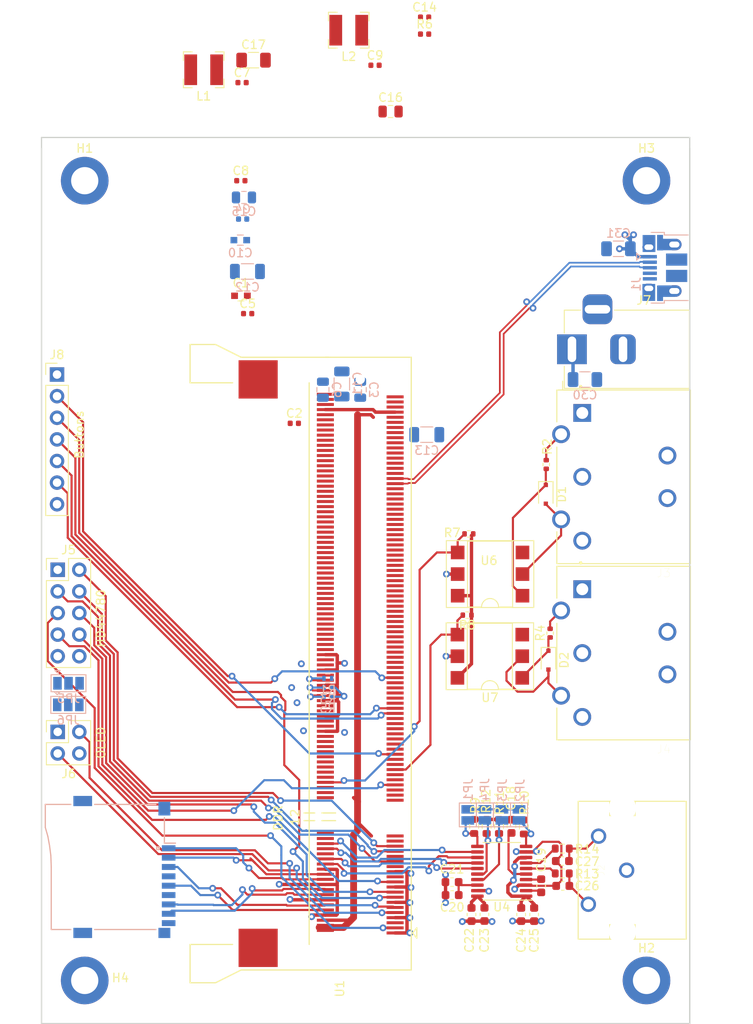
<source format=kicad_pcb>
(kicad_pcb (version 20171130) (host pcbnew "(5.1.10-1-10_14)")
  (layers (0 F.Cu signal) (31 B.Cu signal) (34 B.Paste user) (35 F.Paste user) (36 B.SilkS user) (37 F.SilkS user) (38 B.Mask user) (39 F.Mask user) (44 Edge.Cuts user))
  (net 0 "")
  (net 1 GND)
  (net 2 3V3)
  (net 3 CM_VDAC)
  (net 4 USB_D+)
  (net 5 USB_D-)
  (net 6 "Net-(R3-Pad1)")
  (net 7 "Net-(R5-Pad1)")
  (net 8 "Net-(R1-Pad1)")
  (net 9 SDX_CLK)
  (net 10 SDX_CMD)
  (net 11 SDX_D0)
  (net 12 SDX_D1)
  (net 13 SDX_D2)
  (net 14 SDX_D3)
  (net 15 DAC_BCK)
  (net 16 DAC_LRCK)
  (net 17 DAC_DIN)
  (net 18 DAC_SCK)
  (net 19 VDD)
  (net 20 "Net-(D1-Pad1)")
  (net 21 "Net-(D2-Pad1)")
  (net 22 MIDI-RX1)
  (net 23 MIDI-RX2)
  (net 24 "Net-(D1-Pad2)")
  (net 25 "Net-(D2-Pad2)")
  (net 26 "Net-(J3-Pad4)")
  (net 27 "Net-(J4-Pad4)")
  (net 28 "Net-(C18-Pad1)")
  (net 29 "Net-(C19-Pad1)")
  (net 30 "Net-(C19-Pad2)")
  (net 31 "Net-(C20-Pad1)")
  (net 32 "Net-(C26-Pad1)")
  (net 33 "Net-(C27-Pad1)")
  (net 34 "Net-(JP1-Pad2)")
  (net 35 "Net-(JP2-Pad2)")
  (net 36 "Net-(JP3-Pad2)")
  (net 37 "Net-(JP4-Pad2)")
  (net 38 "Net-(R13-Pad2)")
  (net 39 "Net-(R14-Pad2)")
  (net 40 "/Raspberry  PI CM3+/LCD_EN")
  (net 41 "/Raspberry  PI CM3+/LCD_RW")
  (net 42 "/Raspberry  PI CM3+/LCD_RS")
  (net 43 "/Raspberry  PI CM3+/LCD_D4")
  (net 44 "/Raspberry  PI CM3+/LCD_D5")
  (net 45 "/Raspberry  PI CM3+/LCD_D6")
  (net 46 "/Raspberry  PI CM3+/LCD_D7")
  (net 47 "/Raspberry  PI CM3+/OLED_SDA")
  (net 48 "/Raspberry  PI CM3+/OLED_SCL")
  (net 49 "/Raspberry  PI CM3+/UX_B1")
  (net 50 "/Raspberry  PI CM3+/UX_B2")
  (net 51 "/Raspberry  PI CM3+/UX_B3")
  (net 52 "/Raspberry  PI CM3+/ENC_CLK")
  (net 53 "/Raspberry  PI CM3+/ENC_DAT")
  (net 54 "Net-(C28-Pad1)")
  (net 55 "Net-(C29-Pad1)")
  (net 56 CM_VBAT)
  (net 57 CM_3V3)
  (net 58 "Net-(C7-Pad1)")
  (net 59 CM_1V8)
  (net 60 +5V)
  (module Pi-Library:DUALRCA (layer F.Cu) (at 124.206 111.506 270)
    (fp_text reference J2 (at 0 0 90) (layer F.SilkS) (effects (font (size 0.787402 0.787402) (thickness 0.015))))
    (fp_text value Conn_Coaxial_x2)
    (pad 3 thru_hole circle (at 0 -3 270) (size 1.8 1.8) (drill 1.2) (layers *.Cu *.Mask) (net 1 GND))
    (pad 1 thru_hole circle (at -4 0.3 270) (size 1.8 1.8) (drill 1.2) (layers *.Cu *.Mask) (net 33 "Net-(C27-Pad1)"))
    (pad 2 thru_hole circle (at 4 1.5 270) (size 1.8 1.8) (drill 1.2) (layers *.Cu *.Mask) (net 32 "Net-(C26-Pad1)"))
    (pad None np_thru_hole circle (at -7.3 -2.5 270) (size 3.2 3.2) (drill 3.2) (layers *.Cu *.Mask))
    (pad None np_thru_hole circle (at 7.2 -2.5 270) (size 3.2 3.2) (drill 3.2) (layers *.Cu *.Mask))
  )
  (module Capacitors_SMD:C_0603 (layer F.Cu) (at 81.8635 44.0055)
    (fp_text reference C1 (at 0 -1.5) (layer F.SilkS))
    (fp_text value 4.7uF)
    (pad 2 smd rect (at 0.75 0) (size 0.8 0.75) (layers F.Cu F.Paste F.Mask) (net 1 GND))
    (pad 1 smd rect (at -0.75 0) (size 0.8 0.75) (layers F.Cu F.Paste F.Mask) (net 2 3V3))
  )
  (module Capacitors_SMD:C_0603 (layer B.Cu) (at 81.788 37.465)
    (fp_text reference C10 (at 0 1.5) (layer B.SilkS) (effects (justify mirror)))
    (fp_text value 4.7uF)
    (pad 1 smd rect (at -0.75 0) (size 0.8 0.75) (layers B.Cu B.Paste B.Mask) (net 2 3V3))
    (pad 2 smd rect (at 0.75 0) (size 0.8 0.75) (layers B.Cu B.Paste B.Mask) (net 1 GND))
  )
  (module Resistors_SMD:R_0402 (layer B.Cu) (at 92.0805 90.043)
    (fp_text reference R3 (at 0 1.35) (layer B.SilkS) (effects (justify mirror)))
    (fp_text value 100k)
    (pad 2 smd rect (at 0.45 0) (size 0.4 0.6) (layers B.Cu B.Paste B.Mask) (net 1 GND))
    (pad 1 smd rect (at -0.45 0) (size 0.4 0.6) (layers B.Cu B.Paste B.Mask) (net 6 "Net-(R3-Pad1)"))
  )
  (module Resistors_SMD:R_0402 (layer B.Cu) (at 92.0695 91.1225)
    (fp_text reference R5 (at 0 1.35) (layer B.SilkS) (effects (justify mirror)))
    (fp_text value 100k)
    (pad 1 smd rect (at -0.45 0) (size 0.4 0.6) (layers B.Cu B.Paste B.Mask) (net 7 "Net-(R5-Pad1)"))
    (pad 2 smd rect (at 0.45 0) (size 0.4 0.6) (layers B.Cu B.Paste B.Mask) (net 1 GND))
  )
  (module Resistors_SMD:R_0402 (layer B.Cu) (at 92.075 88.9635)
    (fp_text reference R1 (at 0 1.35) (layer B.SilkS) (effects (justify mirror)))
    (fp_text value 100k)
    (pad 2 smd rect (at 0.45 0) (size 0.4 0.6) (layers B.Cu B.Paste B.Mask))
    (pad 1 smd rect (at -0.45 0) (size 0.4 0.6) (layers B.Cu B.Paste B.Mask) (net 8 "Net-(R1-Pad1)"))
  )
  (module Pi-Library:Socket_SODIMM_DDR2 (layer F.Cu) (at 95.8854 87.23 90)
    (fp_text reference U1 (at -38.2 -2.4 90) (layer F.SilkS))
    (fp_text value DDR2_SODIMM_CM_3_Lite)
    (fp_text user DDR (at -18.15 -9.65 90) (layer F.SilkS))
    (fp_text user 1 (at -18.55 -7.65 90) (layer F.SilkS))
    (fp_text user 2 (at -17.55 -7.65 90) (layer F.SilkS))
    (pad "" np_thru_hole circle (at -33.4 0 90) (size 1.6 1.6) (drill 1.6) (layers *.Cu *.Mask))
    (pad "" np_thru_hole circle (at 33.4 0 90) (size 1.1 1.1) (drill 1.1) (layers *.Cu *.Mask))
    (pad "" smd rect (at 33.4 -12 90) (size 4.5 4.6) (layers F.Cu F.Paste F.Mask))
    (pad "" smd rect (at -33.4 -12 90) (size 4.5 4.6) (layers F.Cu F.Paste F.Mask))
    (pad 1 smd rect (at -31.65 4.1 90) (size 0.35 2) (layers F.Cu F.Paste F.Mask) (net 1 GND))
    (pad 3 smd rect (at -31.05 4.1 90) (size 0.35 2) (layers F.Cu F.Paste F.Mask) (net 43 "/Raspberry  PI CM3+/LCD_D4"))
    (pad 5 smd rect (at -30.45 4.1 90) (size 0.35 2) (layers F.Cu F.Paste F.Mask))
    (pad 7 smd rect (at -29.85 4.1 90) (size 0.35 2) (layers F.Cu F.Paste F.Mask) (net 1 GND))
    (pad 9 smd rect (at -29.25 4.1 90) (size 0.35 2) (layers F.Cu F.Paste F.Mask) (net 47 "/Raspberry  PI CM3+/OLED_SDA"))
    (pad 11 smd rect (at -28.65 4.1 90) (size 0.35 2) (layers F.Cu F.Paste F.Mask) (net 48 "/Raspberry  PI CM3+/OLED_SCL"))
    (pad 13 smd rect (at -28.05 4.1 90) (size 0.35 2) (layers F.Cu F.Paste F.Mask) (net 1 GND))
    (pad 15 smd rect (at -27.45 4.1 90) (size 0.35 2) (layers F.Cu F.Paste F.Mask) (net 51 "/Raspberry  PI CM3+/UX_B3"))
    (pad 17 smd rect (at -26.85 4.1 90) (size 0.35 2) (layers F.Cu F.Paste F.Mask) (net 44 "/Raspberry  PI CM3+/LCD_D5"))
    (pad 19 smd rect (at -26.25 4.1 90) (size 0.35 2) (layers F.Cu F.Paste F.Mask) (net 1 GND))
    (pad 21 smd rect (at -25.65 4.1 90) (size 0.35 2) (layers F.Cu F.Paste F.Mask) (net 45 "/Raspberry  PI CM3+/LCD_D6"))
    (pad 23 smd rect (at -25.05 4.1 90) (size 0.35 2) (layers F.Cu F.Paste F.Mask))
    (pad 25 smd rect (at -24.45 4.1 90) (size 0.35 2) (layers F.Cu F.Paste F.Mask) (net 1 GND))
    (pad 27 smd rect (at -23.85 4.1 90) (size 0.35 2) (layers F.Cu F.Paste F.Mask))
    (pad 29 smd rect (at -23.25 4.1 90) (size 0.35 2) (layers F.Cu F.Paste F.Mask) (net 41 "/Raspberry  PI CM3+/LCD_RW"))
    (pad 31 smd rect (at -22.65 4.1 90) (size 0.35 2) (layers F.Cu F.Paste F.Mask) (net 1 GND))
    (pad 33 smd rect (at -22.05 4.1 90) (size 0.35 2) (layers F.Cu F.Paste F.Mask) (net 42 "/Raspberry  PI CM3+/LCD_RS"))
    (pad 35 smd rect (at -21.45 4.1 90) (size 0.35 2) (layers F.Cu F.Paste F.Mask) (net 40 "/Raspberry  PI CM3+/LCD_EN"))
    (pad 37 smd rect (at -20.85 4.1 90) (size 0.35 2) (layers F.Cu F.Paste F.Mask) (net 1 GND))
    (pad 39 smd rect (at -20.25 4.1 90) (size 0.35 2) (layers F.Cu F.Paste F.Mask) (net 57 CM_3V3))
    (pad 41 smd rect (at -16.05 4.1 90) (size 0.35 2) (layers F.Cu F.Paste F.Mask) (net 57 CM_3V3))
    (pad 43 smd rect (at -15.45 4.1 90) (size 0.35 2) (layers F.Cu F.Paste F.Mask) (net 1 GND))
    (pad 45 smd rect (at -14.85 4.1 90) (size 0.35 2) (layers F.Cu F.Paste F.Mask))
    (pad 47 smd rect (at -14.25 4.1 90) (size 0.35 2) (layers F.Cu F.Paste F.Mask) (net 46 "/Raspberry  PI CM3+/LCD_D7"))
    (pad 49 smd rect (at -13.65 4.1 90) (size 0.35 2) (layers F.Cu F.Paste F.Mask) (net 1 GND))
    (pad 51 smd rect (at -13.05 4.1 90) (size 0.35 2) (layers F.Cu F.Paste F.Mask))
    (pad 53 smd rect (at -12.45 4.1 90) (size 0.35 2) (layers F.Cu F.Paste F.Mask) (net 23 MIDI-RX2))
    (pad 55 smd rect (at -11.85 4.1 90) (size 0.35 2) (layers F.Cu F.Paste F.Mask) (net 1 GND))
    (pad 57 smd rect (at -11.25 4.1 90) (size 0.35 2) (layers F.Cu F.Paste F.Mask))
    (pad 59 smd rect (at -10.65 4.1 90) (size 0.35 2) (layers F.Cu F.Paste F.Mask) (net 49 "/Raspberry  PI CM3+/UX_B1"))
    (pad 61 smd rect (at -10.05 4.1 90) (size 0.35 2) (layers F.Cu F.Paste F.Mask) (net 1 GND))
    (pad 63 smd rect (at -9.45 4.1 90) (size 0.35 2) (layers F.Cu F.Paste F.Mask))
    (pad 65 smd rect (at -8.85 4.1 90) (size 0.35 2) (layers F.Cu F.Paste F.Mask))
    (pad 67 smd rect (at -8.25 4.1 90) (size 0.35 2) (layers F.Cu F.Paste F.Mask) (net 1 GND))
    (pad 69 smd rect (at -7.65 4.1 90) (size 0.35 2) (layers F.Cu F.Paste F.Mask))
    (pad 71 smd rect (at -7.05 4.1 90) (size 0.35 2) (layers F.Cu F.Paste F.Mask))
    (pad 73 smd rect (at -6.45 4.1 90) (size 0.35 2) (layers F.Cu F.Paste F.Mask) (net 1 GND))
    (pad 75 smd rect (at -5.85 4.1 90) (size 0.35 2) (layers F.Cu F.Paste F.Mask) (net 52 "/Raspberry  PI CM3+/ENC_CLK"))
    (pad 77 smd rect (at -5.25 4.1 90) (size 0.35 2) (layers F.Cu F.Paste F.Mask) (net 53 "/Raspberry  PI CM3+/ENC_DAT"))
    (pad 79 smd rect (at -4.65 4.1 90) (size 0.35 2) (layers F.Cu F.Paste F.Mask) (net 1 GND))
    (pad 81 smd rect (at -4.05 4.1 90) (size 0.35 2) (layers F.Cu F.Paste F.Mask))
    (pad 83 smd rect (at -3.45 4.1 90) (size 0.35 2) (layers F.Cu F.Paste F.Mask))
    (pad 85 smd rect (at -2.85 4.1 90) (size 0.35 2) (layers F.Cu F.Paste F.Mask) (net 1 GND))
    (pad 87 smd rect (at -2.25 4.1 90) (size 0.35 2) (layers F.Cu F.Paste F.Mask))
    (pad 89 smd rect (at -1.65 4.1 90) (size 0.35 2) (layers F.Cu F.Paste F.Mask) (net 50 "/Raspberry  PI CM3+/UX_B2"))
    (pad 91 smd rect (at -1.05 4.1 90) (size 0.35 2) (layers F.Cu F.Paste F.Mask) (net 1 GND))
    (pad 93 smd rect (at -0.45 4.1 90) (size 0.35 2) (layers F.Cu F.Paste F.Mask))
    (pad 95 smd rect (at 0.15 4.1 90) (size 0.35 2) (layers F.Cu F.Paste F.Mask))
    (pad 97 smd rect (at 0.75 4.1 90) (size 0.35 2) (layers F.Cu F.Paste F.Mask) (net 1 GND))
    (pad 99 smd rect (at 1.35 4.1 90) (size 0.35 2) (layers F.Cu F.Paste F.Mask))
    (pad 101 smd rect (at 1.95 4.1 90) (size 0.35 2) (layers F.Cu F.Paste F.Mask))
    (pad 103 smd rect (at 2.55 4.1 90) (size 0.35 2) (layers F.Cu F.Paste F.Mask) (net 1 GND))
    (pad 105 smd rect (at 3.15 4.1 90) (size 0.35 2) (layers F.Cu F.Paste F.Mask))
    (pad 107 smd rect (at 3.75 4.1 90) (size 0.35 2) (layers F.Cu F.Paste F.Mask))
    (pad 109 smd rect (at 4.35 4.1 90) (size 0.35 2) (layers F.Cu F.Paste F.Mask) (net 1 GND))
    (pad 111 smd rect (at 4.95 4.1 90) (size 0.35 2) (layers F.Cu F.Paste F.Mask))
    (pad 113 smd rect (at 5.55 4.1 90) (size 0.35 2) (layers F.Cu F.Paste F.Mask))
    (pad 115 smd rect (at 6.15 4.1 90) (size 0.35 2) (layers F.Cu F.Paste F.Mask) (net 1 GND))
    (pad 117 smd rect (at 6.75 4.1 90) (size 0.35 2) (layers F.Cu F.Paste F.Mask))
    (pad 119 smd rect (at 7.35 4.1 90) (size 0.35 2) (layers F.Cu F.Paste F.Mask))
    (pad 121 smd rect (at 7.95 4.1 90) (size 0.35 2) (layers F.Cu F.Paste F.Mask) (net 1 GND))
    (pad 123 smd rect (at 8.55 4.1 90) (size 0.35 2) (layers F.Cu F.Paste F.Mask))
    (pad 125 smd rect (at 9.15 4.1 90) (size 0.35 2) (layers F.Cu F.Paste F.Mask))
    (pad 127 smd rect (at 9.75 4.1 90) (size 0.35 2) (layers F.Cu F.Paste F.Mask) (net 1 GND))
    (pad 129 smd rect (at 10.35 4.1 90) (size 0.35 2) (layers F.Cu F.Paste F.Mask))
    (pad 131 smd rect (at 10.95 4.1 90) (size 0.35 2) (layers F.Cu F.Paste F.Mask))
    (pad 133 smd rect (at 11.55 4.1 90) (size 0.35 2) (layers F.Cu F.Paste F.Mask) (net 1 GND))
    (pad 135 smd rect (at 12.15 4.1 90) (size 0.35 2) (layers F.Cu F.Paste F.Mask))
    (pad 137 smd rect (at 12.75 4.1 90) (size 0.35 2) (layers F.Cu F.Paste F.Mask))
    (pad 139 smd rect (at 13.35 4.1 90) (size 0.35 2) (layers F.Cu F.Paste F.Mask) (net 1 GND))
    (pad 141 smd rect (at 13.95 4.1 90) (size 0.35 2) (layers F.Cu F.Paste F.Mask))
    (pad 143 smd rect (at 14.55 4.1 90) (size 0.35 2) (layers F.Cu F.Paste F.Mask))
    (pad 145 smd rect (at 15.15 4.1 90) (size 0.35 2) (layers F.Cu F.Paste F.Mask) (net 1 GND))
    (pad 147 smd rect (at 15.75 4.1 90) (size 0.35 2) (layers F.Cu F.Paste F.Mask))
    (pad 149 smd rect (at 16.35 4.1 90) (size 0.35 2) (layers F.Cu F.Paste F.Mask))
    (pad 151 smd rect (at 16.95 4.1 90) (size 0.35 2) (layers F.Cu F.Paste F.Mask) (net 1 GND))
    (pad 153 smd rect (at 17.55 4.1 90) (size 0.35 2) (layers F.Cu F.Paste F.Mask))
    (pad 155 smd rect (at 18.15 4.1 90) (size 0.35 2) (layers F.Cu F.Paste F.Mask))
    (pad 157 smd rect (at 18.75 4.1 90) (size 0.35 2) (layers F.Cu F.Paste F.Mask) (net 1 GND))
    (pad 159 smd rect (at 19.35 4.1 90) (size 0.35 2) (layers F.Cu F.Paste F.Mask))
    (pad 161 smd rect (at 19.95 4.1 90) (size 0.35 2) (layers F.Cu F.Paste F.Mask))
    (pad 163 smd rect (at 20.55 4.1 90) (size 0.35 2) (layers F.Cu F.Paste F.Mask) (net 1 GND))
    (pad 165 smd rect (at 21.15 4.1 90) (size 0.35 2) (layers F.Cu F.Paste F.Mask) (net 4 USB_D+))
    (pad 167 smd rect (at 21.75 4.1 90) (size 0.35 2) (layers F.Cu F.Paste F.Mask) (net 5 USB_D-))
    (pad 169 smd rect (at 22.35 4.1 90) (size 0.35 2) (layers F.Cu F.Paste F.Mask) (net 1 GND))
    (pad 171 smd rect (at 22.95 4.1 90) (size 0.35 2) (layers F.Cu F.Paste F.Mask))
    (pad 173 smd rect (at 23.55 4.1 90) (size 0.35 2) (layers F.Cu F.Paste F.Mask))
    (pad 175 smd rect (at 24.15 4.1 90) (size 0.35 2) (layers F.Cu F.Paste F.Mask))
    (pad 177 smd rect (at 24.75 4.1 90) (size 0.35 2) (layers F.Cu F.Paste F.Mask))
    (pad 179 smd rect (at 25.35 4.1 90) (size 0.35 2) (layers F.Cu F.Paste F.Mask))
    (pad 181 smd rect (at 25.95 4.1 90) (size 0.35 2) (layers F.Cu F.Paste F.Mask) (net 1 GND))
    (pad 183 smd rect (at 26.55 4.1 90) (size 0.35 2) (layers F.Cu F.Paste F.Mask) (net 59 CM_1V8))
    (pad 185 smd rect (at 27.15 4.1 90) (size 0.35 2) (layers F.Cu F.Paste F.Mask) (net 59 CM_1V8))
    (pad 187 smd rect (at 27.75 4.1 90) (size 0.35 2) (layers F.Cu F.Paste F.Mask) (net 1 GND))
    (pad 189 smd rect (at 28.35 4.1 90) (size 0.35 2) (layers F.Cu F.Paste F.Mask) (net 3 CM_VDAC))
    (pad 191 smd rect (at 28.95 4.1 90) (size 0.35 2) (layers F.Cu F.Paste F.Mask) (net 57 CM_3V3))
    (pad 193 smd rect (at 29.55 4.1 90) (size 0.35 2) (layers F.Cu F.Paste F.Mask) (net 57 CM_3V3))
    (pad 195 smd rect (at 30.15 4.1 90) (size 0.35 2) (layers F.Cu F.Paste F.Mask) (net 1 GND))
    (pad 197 smd rect (at 30.75 4.1 90) (size 0.35 2) (layers F.Cu F.Paste F.Mask) (net 56 CM_VBAT))
    (pad 199 smd rect (at 31.35 4.1 90) (size 0.35 2) (layers F.Cu F.Paste F.Mask) (net 56 CM_VBAT))
    (pad 2 smd rect (at -31.35 -4.1 90) (size 0.35 2) (layers F.Cu F.Paste F.Mask) (net 2 3V3))
    (pad 4 smd rect (at -30.75 -4.1 90) (size 0.35 2) (layers F.Cu F.Paste F.Mask) (net 2 3V3))
    (pad 6 smd rect (at -30.15 -4.1 90) (size 0.35 2) (layers F.Cu F.Paste F.Mask) (net 2 3V3))
    (pad 8 smd rect (at -29.55 -4.1 90) (size 0.35 2) (layers F.Cu F.Paste F.Mask) (net 1 GND))
    (pad 10 smd rect (at -28.95 -4.1 90) (size 0.35 2) (layers F.Cu F.Paste F.Mask) (net 9 SDX_CLK))
    (pad 12 smd rect (at -28.35 -4.1 90) (size 0.35 2) (layers F.Cu F.Paste F.Mask) (net 10 SDX_CMD))
    (pad 14 smd rect (at -27.75 -4.1 90) (size 0.35 2) (layers F.Cu F.Paste F.Mask) (net 1 GND))
    (pad 16 smd rect (at -27.15 -4.1 90) (size 0.35 2) (layers F.Cu F.Paste F.Mask) (net 11 SDX_D0))
    (pad 18 smd rect (at -26.55 -4.1 90) (size 0.35 2) (layers F.Cu F.Paste F.Mask) (net 12 SDX_D1))
    (pad 20 smd rect (at -25.95 -4.1 90) (size 0.35 2) (layers F.Cu F.Paste F.Mask) (net 1 GND))
    (pad 22 smd rect (at -25.35 -4.1 90) (size 0.35 2) (layers F.Cu F.Paste F.Mask) (net 13 SDX_D2))
    (pad 24 smd rect (at -24.75 -4.1 90) (size 0.35 2) (layers F.Cu F.Paste F.Mask) (net 14 SDX_D3))
    (pad 26 smd rect (at -24.15 -4.1 90) (size 0.35 2) (layers F.Cu F.Paste F.Mask) (net 1 GND))
    (pad 28 smd rect (at -23.55 -4.1 90) (size 0.35 2) (layers F.Cu F.Paste F.Mask) (net 15 DAC_BCK))
    (pad 30 smd rect (at -22.95 -4.1 90) (size 0.35 2) (layers F.Cu F.Paste F.Mask) (net 16 DAC_LRCK))
    (pad 32 smd rect (at -22.35 -4.1 90) (size 0.35 2) (layers F.Cu F.Paste F.Mask) (net 1 GND))
    (pad 34 smd rect (at -21.75 -4.1 90) (size 0.35 2) (layers F.Cu F.Paste F.Mask) (net 17 DAC_DIN))
    (pad 36 smd rect (at -21.15 -4.1 90) (size 0.35 2) (layers F.Cu F.Paste F.Mask) (net 18 DAC_SCK))
    (pad 38 smd rect (at -20.55 -4.1 90) (size 0.35 2) (layers F.Cu F.Paste F.Mask) (net 1 GND))
    (pad 40 smd rect (at -19.95 -4.1 90) (size 0.35 2) (layers F.Cu F.Paste F.Mask) (net 57 CM_3V3))
    (pad 42 smd rect (at -15.75 -4.1 90) (size 0.35 2) (layers F.Cu F.Paste F.Mask) (net 57 CM_3V3))
    (pad 44 smd rect (at -15.15 -4.1 90) (size 0.35 2) (layers F.Cu F.Paste F.Mask) (net 1 GND))
    (pad 46 smd rect (at -14.55 -4.1 90) (size 0.35 2) (layers F.Cu F.Paste F.Mask))
    (pad 48 smd rect (at -13.95 -4.1 90) (size 0.35 2) (layers F.Cu F.Paste F.Mask) (net 22 MIDI-RX1))
    (pad 50 smd rect (at -13.35 -4.1 90) (size 0.35 2) (layers F.Cu F.Paste F.Mask) (net 1 GND))
    (pad 52 smd rect (at -12.75 -4.1 90) (size 0.35 2) (layers F.Cu F.Paste F.Mask))
    (pad 54 smd rect (at -12.15 -4.1 90) (size 0.35 2) (layers F.Cu F.Paste F.Mask))
    (pad 56 smd rect (at -11.55 -4.1 90) (size 0.35 2) (layers F.Cu F.Paste F.Mask) (net 1 GND))
    (pad 58 smd rect (at -10.95 -4.1 90) (size 0.35 2) (layers F.Cu F.Paste F.Mask))
    (pad 60 smd rect (at -10.35 -4.1 90) (size 0.35 2) (layers F.Cu F.Paste F.Mask))
    (pad 62 smd rect (at -9.75 -4.1 90) (size 0.35 2) (layers F.Cu F.Paste F.Mask) (net 1 GND))
    (pad 64 smd rect (at -9.15 -4.1 90) (size 0.35 2) (layers F.Cu F.Paste F.Mask))
    (pad 66 smd rect (at -8.55 -4.1 90) (size 0.35 2) (layers F.Cu F.Paste F.Mask))
    (pad 68 smd rect (at -7.95 -4.1 90) (size 0.35 2) (layers F.Cu F.Paste F.Mask) (net 1 GND))
    (pad 70 smd rect (at -7.35 -4.1 90) (size 0.35 2) (layers F.Cu F.Paste F.Mask))
    (pad 72 smd rect (at -6.75 -4.1 90) (size 0.35 2) (layers F.Cu F.Paste F.Mask))
    (pad 74 smd rect (at -6.15 -4.1 90) (size 0.35 2) (layers F.Cu F.Paste F.Mask) (net 1 GND))
    (pad 76 smd rect (at -5.55 -4.1 90) (size 0.35 2) (layers F.Cu F.Paste F.Mask))
    (pad 78 smd rect (at -4.95 -4.1 90) (size 0.35 2) (layers F.Cu F.Paste F.Mask))
    (pad 80 smd rect (at -4.35 -4.1 90) (size 0.35 2) (layers F.Cu F.Paste F.Mask) (net 1 GND))
    (pad 82 smd rect (at -3.75 -4.1 90) (size 0.35 2) (layers F.Cu F.Paste F.Mask) (net 7 "Net-(R5-Pad1)"))
    (pad 84 smd rect (at -3.15 -4.1 90) (size 0.35 2) (layers F.Cu F.Paste F.Mask) (net 6 "Net-(R3-Pad1)"))
    (pad 86 smd rect (at -2.55 -4.1 90) (size 0.35 2) (layers F.Cu F.Paste F.Mask) (net 1 GND))
    (pad 88 smd rect (at -1.95 -4.1 90) (size 0.35 2) (layers F.Cu F.Paste F.Mask) (net 8 "Net-(R1-Pad1)"))
    (pad 90 smd rect (at -1.35 -4.1 90) (size 0.35 2) (layers F.Cu F.Paste F.Mask))
    (pad 92 smd rect (at -0.75 -4.1 90) (size 0.35 2) (layers F.Cu F.Paste F.Mask) (net 1 GND))
    (pad 94 smd rect (at -0.15 -4.1 90) (size 0.35 2) (layers F.Cu F.Paste F.Mask))
    (pad 96 smd rect (at 0.45 -4.1 90) (size 0.35 2) (layers F.Cu F.Paste F.Mask))
    (pad 98 smd rect (at 1.05 -4.1 90) (size 0.35 2) (layers F.Cu F.Paste F.Mask) (net 1 GND))
    (pad 100 smd rect (at 1.65 -4.1 90) (size 0.35 2) (layers F.Cu F.Paste F.Mask))
    (pad 102 smd rect (at 2.25 -4.1 90) (size 0.35 2) (layers F.Cu F.Paste F.Mask))
    (pad 104 smd rect (at 2.85 -4.1 90) (size 0.35 2) (layers F.Cu F.Paste F.Mask) (net 1 GND))
    (pad 106 smd rect (at 3.45 -4.1 90) (size 0.35 2) (layers F.Cu F.Paste F.Mask))
    (pad 108 smd rect (at 4.05 -4.1 90) (size 0.35 2) (layers F.Cu F.Paste F.Mask))
    (pad 110 smd rect (at 4.65 -4.1 90) (size 0.35 2) (layers F.Cu F.Paste F.Mask) (net 1 GND))
    (pad 112 smd rect (at 5.25 -4.1 90) (size 0.35 2) (layers F.Cu F.Paste F.Mask))
    (pad 114 smd rect (at 5.85 -4.1 90) (size 0.35 2) (layers F.Cu F.Paste F.Mask))
    (pad 116 smd rect (at 6.45 -4.1 90) (size 0.35 2) (layers F.Cu F.Paste F.Mask) (net 1 GND))
    (pad 118 smd rect (at 7.05 -4.1 90) (size 0.35 2) (layers F.Cu F.Paste F.Mask))
    (pad 120 smd rect (at 7.65 -4.1 90) (size 0.35 2) (layers F.Cu F.Paste F.Mask))
    (pad 122 smd rect (at 8.25 -4.1 90) (size 0.35 2) (layers F.Cu F.Paste F.Mask) (net 1 GND))
    (pad 124 smd rect (at 8.85 -4.1 90) (size 0.35 2) (layers F.Cu F.Paste F.Mask))
    (pad 126 smd rect (at 9.45 -4.1 90) (size 0.35 2) (layers F.Cu F.Paste F.Mask))
    (pad 128 smd rect (at 10.05 -4.1 90) (size 0.35 2) (layers F.Cu F.Paste F.Mask))
    (pad 130 smd rect (at 10.65 -4.1 90) (size 0.35 2) (layers F.Cu F.Paste F.Mask))
    (pad 132 smd rect (at 11.25 -4.1 90) (size 0.35 2) (layers F.Cu F.Paste F.Mask))
    (pad 134 smd rect (at 11.85 -4.1 90) (size 0.35 2) (layers F.Cu F.Paste F.Mask) (net 1 GND))
    (pad 136 smd rect (at 12.45 -4.1 90) (size 0.35 2) (layers F.Cu F.Paste F.Mask))
    (pad 138 smd rect (at 13.05 -4.1 90) (size 0.35 2) (layers F.Cu F.Paste F.Mask))
    (pad 140 smd rect (at 13.65 -4.1 90) (size 0.35 2) (layers F.Cu F.Paste F.Mask) (net 1 GND))
    (pad 142 smd rect (at 14.25 -4.1 90) (size 0.35 2) (layers F.Cu F.Paste F.Mask))
    (pad 144 smd rect (at 14.85 -4.1 90) (size 0.35 2) (layers F.Cu F.Paste F.Mask))
    (pad 146 smd rect (at 15.45 -4.1 90) (size 0.35 2) (layers F.Cu F.Paste F.Mask) (net 1 GND))
    (pad 148 smd rect (at 16.05 -4.1 90) (size 0.35 2) (layers F.Cu F.Paste F.Mask))
    (pad 150 smd rect (at 16.65 -4.1 90) (size 0.35 2) (layers F.Cu F.Paste F.Mask))
    (pad 152 smd rect (at 17.25 -4.1 90) (size 0.35 2) (layers F.Cu F.Paste F.Mask) (net 1 GND))
    (pad 154 smd rect (at 17.85 -4.1 90) (size 0.35 2) (layers F.Cu F.Paste F.Mask))
    (pad 156 smd rect (at 18.45 -4.1 90) (size 0.35 2) (layers F.Cu F.Paste F.Mask))
    (pad 158 smd rect (at 19.05 -4.1 90) (size 0.35 2) (layers F.Cu F.Paste F.Mask))
    (pad 160 smd rect (at 19.65 -4.1 90) (size 0.35 2) (layers F.Cu F.Paste F.Mask))
    (pad 162 smd rect (at 20.25 -4.1 90) (size 0.35 2) (layers F.Cu F.Paste F.Mask))
    (pad 164 smd rect (at 20.85 -4.1 90) (size 0.35 2) (layers F.Cu F.Paste F.Mask) (net 1 GND))
    (pad 166 smd rect (at 21.45 -4.1 90) (size 0.35 2) (layers F.Cu F.Paste F.Mask))
    (pad 168 smd rect (at 22.05 -4.1 90) (size 0.35 2) (layers F.Cu F.Paste F.Mask))
    (pad 170 smd rect (at 22.65 -4.1 90) (size 0.35 2) (layers F.Cu F.Paste F.Mask) (net 1 GND))
    (pad 172 smd rect (at 23.25 -4.1 90) (size 0.35 2) (layers F.Cu F.Paste F.Mask))
    (pad 174 smd rect (at 23.85 -4.1 90) (size 0.35 2) (layers F.Cu F.Paste F.Mask))
    (pad 176 smd rect (at 24.45 -4.1 90) (size 0.35 2) (layers F.Cu F.Paste F.Mask))
    (pad 178 smd rect (at 25.05 -4.1 90) (size 0.35 2) (layers F.Cu F.Paste F.Mask))
    (pad 180 smd rect (at 25.65 -4.1 90) (size 0.35 2) (layers F.Cu F.Paste F.Mask))
    (pad 182 smd rect (at 26.25 -4.1 90) (size 0.35 2) (layers F.Cu F.Paste F.Mask) (net 1 GND))
    (pad 184 smd rect (at 26.85 -4.1 90) (size 0.35 2) (layers F.Cu F.Paste F.Mask) (net 59 CM_1V8))
    (pad 186 smd rect (at 27.45 -4.1 90) (size 0.35 2) (layers F.Cu F.Paste F.Mask) (net 59 CM_1V8))
    (pad 188 smd rect (at 28.05 -4.1 90) (size 0.35 2) (layers F.Cu F.Paste F.Mask) (net 1 GND))
    (pad 190 smd rect (at 28.65 -4.1 90) (size 0.35 2) (layers F.Cu F.Paste F.Mask) (net 3 CM_VDAC))
    (pad 192 smd rect (at 29.25 -4.1 90) (size 0.35 2) (layers F.Cu F.Paste F.Mask) (net 57 CM_3V3))
    (pad 194 smd rect (at 29.85 -4.1 90) (size 0.35 2) (layers F.Cu F.Paste F.Mask) (net 57 CM_3V3))
    (pad 196 smd rect (at 30.45 -4.1 90) (size 0.35 2) (layers F.Cu F.Paste F.Mask) (net 1 GND))
    (pad 198 smd rect (at 31.05 -4.1 90) (size 0.35 2) (layers F.Cu F.Paste F.Mask) (net 56 CM_VBAT))
    (pad 200 smd rect (at 31.65 -4.1 90) (size 0.35 2) (layers F.Cu F.Paste F.Mask) (net 56 CM_VBAT))
  )
  (module MountingHole:MountingHole_3.2mm_M3_DIN965_Pad (layer F.Cu) (at 63.5 30.48)
    (fp_text reference H1 (at 0 -3.8) (layer F.SilkS))
    (fp_text value M3)
    (pad 1 thru_hole circle (at 0 0) (size 5.6 5.6) (drill 3.2) (layers *.Cu *.Mask) (net 1 GND))
  )
  (module MountingHole:MountingHole_3.2mm_M3_DIN965_Pad (layer F.Cu) (at 129.54 124.46)
    (fp_text reference H2 (at 0 -3.8) (layer F.SilkS))
    (fp_text value M3)
    (pad 1 thru_hole circle (at 0 0) (size 5.6 5.6) (drill 3.2) (layers *.Cu *.Mask) (net 1 GND))
  )
  (module MountingHole:MountingHole_3.2mm_M3_DIN965_Pad (layer F.Cu) (at 129.54 30.48)
    (fp_text reference H3 (at 0 -3.8) (layer F.SilkS))
    (fp_text value M3)
    (pad 1 thru_hole circle (at 0 0) (size 5.6 5.6) (drill 3.2) (layers *.Cu *.Mask) (net 1 GND))
  )
  (module MountingHole:MountingHole_3.2mm_M3_DIN965_Pad (layer F.Cu) (at 63.5 124.46)
    (fp_text reference H4 (at 4.191 -0.3048) (layer F.SilkS))
    (fp_text value M3)
    (pad 1 thru_hole circle (at 0 0) (size 5.6 5.6) (drill 3.2) (layers *.Cu *.Mask) (net 1 GND))
  )
  (module Pi-Library:Conn_uSDcard (layer B.Cu) (at 62.865 111.125 90)
    (fp_text reference XS1)
    (fp_text value SD_ebay-uSD-push_push_SMD)
    (pad 6 smd rect (at 7.75 0.4 90) (size 1.2 2.2) (layers B.Cu B.Paste B.Mask) (net 1 GND))
    (pad 6 smd rect (at -7.75 0.4 90) (size 1.2 2.2) (layers B.Cu B.Paste B.Mask) (net 1 GND))
    (pad 6 smd rect (at 6.85 10 90) (size 1.6 1.4) (layers B.Cu B.Paste B.Mask) (net 1 GND))
    (pad 6 smd rect (at -7.75 10 90) (size 1.2 1.4) (layers B.Cu B.Paste B.Mask) (net 1 GND))
    (pad 9 smd rect (at -6.6 10.5 90) (size 0.7 1.6) (layers B.Cu B.Paste B.Mask))
    (pad 7 smd rect (at -4.4 10.5 90) (size 0.7 1.6) (layers B.Cu B.Paste B.Mask) (net 11 SDX_D0))
    (pad 8 smd rect (at -5.5 10.5 90) (size 0.7 1.6) (layers B.Cu B.Paste B.Mask) (net 12 SDX_D1))
    (pad 6 smd rect (at -3.3 10.5 90) (size 0.7 1.6) (layers B.Cu B.Paste B.Mask) (net 1 GND))
    (pad 5 smd rect (at -2.2 10.5 90) (size 0.7 1.6) (layers B.Cu B.Paste B.Mask) (net 9 SDX_CLK))
    (pad 4 smd rect (at -1.1 10.5 90) (size 0.7 1.6) (layers B.Cu B.Paste B.Mask) (net 2 3V3))
    (pad 1 smd rect (at 2.2 10.5 90) (size 0.7 1.6) (layers B.Cu B.Paste B.Mask) (net 13 SDX_D2))
    (pad 2 smd rect (at 1.1 10.5 90) (size 0.7 1.6) (layers B.Cu B.Paste B.Mask) (net 14 SDX_D3))
    (pad "" np_thru_hole circle (at 3.05 0 90) (size 1 1) (drill 1) (layers *.Cu))
    (pad "" np_thru_hole circle (at -4.93 0 90) (size 1 1) (drill 1) (layers *.Cu))
    (pad 3 smd rect (at 0 10.5 90) (size 0.7 1.6) (layers B.Cu B.Paste B.Mask) (net 10 SDX_CMD))
  )
  (module Package_SO:TSSOP-20_4.4x6.5mm_P0.65mm (layer F.Cu) (at 112.522 111.633 180)
    (fp_text reference U4 (at 0 -4.2) (layer F.SilkS))
    (fp_text value PCM5102)
    (pad 1 smd roundrect (at -2.8625 -2.925 180) (size 1.475 0.4) (layers F.Cu F.Paste F.Mask) (net 19 VDD))
    (pad 2 smd roundrect (at -2.8625 -2.275 180) (size 1.475 0.4) (layers F.Cu F.Paste F.Mask) (net 30 "Net-(C19-Pad2)"))
    (pad 3 smd roundrect (at -2.8625 -1.625 180) (size 1.475 0.4) (layers F.Cu F.Paste F.Mask) (net 1 GND))
    (pad 4 smd roundrect (at -2.8625 -0.975 180) (size 1.475 0.4) (layers F.Cu F.Paste F.Mask) (net 29 "Net-(C19-Pad1)"))
    (pad 5 smd roundrect (at -2.8625 -0.325 180) (size 1.475 0.4) (layers F.Cu F.Paste F.Mask) (net 28 "Net-(C18-Pad1)"))
    (pad 6 smd roundrect (at -2.8625 0.325 180) (size 1.475 0.4) (layers F.Cu F.Paste F.Mask) (net 38 "Net-(R13-Pad2)"))
    (pad 7 smd roundrect (at -2.8625 0.975 180) (size 1.475 0.4) (layers F.Cu F.Paste F.Mask) (net 39 "Net-(R14-Pad2)"))
    (pad 8 smd roundrect (at -2.8625 1.625 180) (size 1.475 0.4) (layers F.Cu F.Paste F.Mask) (net 19 VDD))
    (pad 9 smd roundrect (at -2.8625 2.275 180) (size 1.475 0.4) (layers F.Cu F.Paste F.Mask) (net 1 GND))
    (pad 10 smd roundrect (at -2.8625 2.925 180) (size 1.475 0.4) (layers F.Cu F.Paste F.Mask) (net 35 "Net-(JP2-Pad2)"))
    (pad 11 smd roundrect (at 2.8625 2.925 180) (size 1.475 0.4) (layers F.Cu F.Paste F.Mask) (net 34 "Net-(JP1-Pad2)"))
    (pad 12 smd roundrect (at 2.8625 2.275 180) (size 1.475 0.4) (layers F.Cu F.Paste F.Mask) (net 18 DAC_SCK))
    (pad 13 smd roundrect (at 2.8625 1.625 180) (size 1.475 0.4) (layers F.Cu F.Paste F.Mask) (net 15 DAC_BCK))
    (pad 14 smd roundrect (at 2.8625 0.975 180) (size 1.475 0.4) (layers F.Cu F.Paste F.Mask) (net 17 DAC_DIN))
    (pad 15 smd roundrect (at 2.8625 0.325 180) (size 1.475 0.4) (layers F.Cu F.Paste F.Mask) (net 16 DAC_LRCK))
    (pad 16 smd roundrect (at 2.8625 -0.325 180) (size 1.475 0.4) (layers F.Cu F.Paste F.Mask) (net 37 "Net-(JP4-Pad2)"))
    (pad 17 smd roundrect (at 2.8625 -0.975 180) (size 1.475 0.4) (layers F.Cu F.Paste F.Mask) (net 36 "Net-(JP3-Pad2)"))
    (pad 18 smd roundrect (at 2.8625 -1.625 180) (size 1.475 0.4) (layers F.Cu F.Paste F.Mask) (net 31 "Net-(C20-Pad1)"))
    (pad 19 smd roundrect (at 2.8625 -2.275 180) (size 1.475 0.4) (layers F.Cu F.Paste F.Mask) (net 1 GND))
    (pad 20 smd roundrect (at 2.8625 -2.925 180) (size 1.475 0.4) (layers F.Cu F.Paste F.Mask) (net 19 VDD))
  )
  (module Resistor_SMD:R_0402_1005Metric (layer F.Cu) (at 117.7544 63.8282 90)
    (fp_text reference R2 (at 2.0955 0.127 90) (layer F.SilkS))
    (fp_text value 220R)
    (pad 2 smd roundrect (at 0.51 0 90) (size 0.54 0.64) (layers F.Cu F.Paste F.Mask) (net 26 "Net-(J3-Pad4)"))
    (pad 1 smd roundrect (at -0.51 0 90) (size 0.54 0.64) (layers F.Cu F.Paste F.Mask) (net 20 "Net-(D1-Pad1)"))
  )
  (module Resistor_SMD:R_0402_1005Metric (layer F.Cu) (at 118.2116 83.6442 90)
    (fp_text reference R4 (at 0 -1.17 90) (layer F.SilkS))
    (fp_text value 220R)
    (pad 1 smd roundrect (at -0.51 0 90) (size 0.54 0.64) (layers F.Cu F.Paste F.Mask) (net 21 "Net-(D2-Pad1)"))
    (pad 2 smd roundrect (at 0.51 0 90) (size 0.54 0.64) (layers F.Cu F.Paste F.Mask) (net 27 "Net-(J4-Pad4)"))
  )
  (module Resistor_SMD:R_0402_1005Metric (layer F.Cu) (at 108.6592 71.9836 180)
    (fp_text reference R7 (at 1.9685 0.127) (layer F.SilkS))
    (fp_text value 1K)
    (pad 2 smd roundrect (at 0.51 0 180) (size 0.54 0.64) (layers F.Cu F.Paste F.Mask) (net 22 MIDI-RX1))
    (pad 1 smd roundrect (at -0.51 0 180) (size 0.54 0.64) (layers F.Cu F.Paste F.Mask) (net 57 CM_3V3))
  )
  (module Resistor_SMD:R_0402_1005Metric (layer F.Cu) (at 108.456 81.534 180)
    (fp_text reference R8 (at 0 -1.17) (layer F.SilkS))
    (fp_text value 1K)
    (pad 1 smd roundrect (at -0.51 0 180) (size 0.54 0.64) (layers F.Cu F.Paste F.Mask) (net 57 CM_3V3))
    (pad 2 smd roundrect (at 0.51 0 180) (size 0.54 0.64) (layers F.Cu F.Paste F.Mask) (net 23 MIDI-RX2))
  )
  (module Package_DIP:DIP-6_W7.62mm_SMDSocket_SmallPads (layer F.Cu) (at 111.1504 76.708 180)
    (fp_text reference U6 (at 0.127 1.5875) (layer F.SilkS))
    (fp_text value H11L1)
    (pad 6 smd rect (at 3.81 -2.54 180) (size 1.6 1.6) (layers F.Cu F.Paste F.Mask) (net 57 CM_3V3))
    (pad 3 smd rect (at -3.81 2.54 180) (size 1.6 1.6) (layers F.Cu F.Paste F.Mask))
    (pad 5 smd rect (at 3.81 0 180) (size 1.6 1.6) (layers F.Cu F.Paste F.Mask) (net 1 GND))
    (pad 2 smd rect (at -3.81 0 180) (size 1.6 1.6) (layers F.Cu F.Paste F.Mask) (net 24 "Net-(D1-Pad2)"))
    (pad 4 smd rect (at 3.81 2.54 180) (size 1.6 1.6) (layers F.Cu F.Paste F.Mask) (net 22 MIDI-RX1))
    (pad 1 smd rect (at -3.81 -2.54 180) (size 1.6 1.6) (layers F.Cu F.Paste F.Mask) (net 20 "Net-(D1-Pad1)"))
  )
  (module Package_DIP:DIP-6_W7.62mm_SMDSocket_SmallPads (layer F.Cu) (at 111.125 86.36 180)
    (fp_text reference U7 (at 0 -4.87) (layer F.SilkS))
    (fp_text value H11L1)
    (pad 1 smd rect (at -3.81 -2.54 180) (size 1.6 1.6) (layers F.Cu F.Paste F.Mask) (net 21 "Net-(D2-Pad1)"))
    (pad 4 smd rect (at 3.81 2.54 180) (size 1.6 1.6) (layers F.Cu F.Paste F.Mask) (net 23 MIDI-RX2))
    (pad 2 smd rect (at -3.81 0 180) (size 1.6 1.6) (layers F.Cu F.Paste F.Mask) (net 25 "Net-(D2-Pad2)"))
    (pad 5 smd rect (at 3.81 0 180) (size 1.6 1.6) (layers F.Cu F.Paste F.Mask) (net 1 GND))
    (pad 3 smd rect (at -3.81 2.54 180) (size 1.6 1.6) (layers F.Cu F.Paste F.Mask))
    (pad 6 smd rect (at 3.81 -2.54 180) (size 1.6 1.6) (layers F.Cu F.Paste F.Mask) (net 57 CM_3V3))
  )
  (module Diode_SMD:D_SOD-323F (layer F.Cu) (at 117.7036 67.3354 270)
    (fp_text reference D1 (at 0 -1.85 90) (layer F.SilkS))
    (fp_text value 1N4148)
    (pad 2 smd rect (at 1.1 0 270) (size 0.5 0.5) (layers F.Cu F.Paste F.Mask) (net 24 "Net-(D1-Pad2)"))
    (pad 1 smd rect (at -1.1 0 270) (size 0.5 0.5) (layers F.Cu F.Paste F.Mask) (net 20 "Net-(D1-Pad1)"))
  )
  (module Diode_SMD:D_SOD-323F (layer F.Cu) (at 118.0084 86.825 270)
    (fp_text reference D2 (at 0 -1.85 90) (layer F.SilkS))
    (fp_text value 1N4148)
    (pad 1 smd rect (at -1.1 0 270) (size 0.5 0.5) (layers F.Cu F.Paste F.Mask) (net 21 "Net-(D2-Pad1)"))
    (pad 2 smd rect (at 1.1 0 270) (size 0.5 0.5) (layers F.Cu F.Paste F.Mask) (net 25 "Net-(D2-Pad2)"))
  )
  (module Pi-Library:SWITCHCRAFT_57PC5FS (layer F.Cu) (at 127 65.278 180)
    (fp_text reference J3 (at -4.572 -11.303) (layer F.SilkS) (effects (font (thickness 0.015))))
    (fp_text value MIDI-IN)
    (pad 4 thru_hole circle (at 7.5 5.005 180) (size 2.1 2.1) (drill 1.4) (layers *.Cu *.Mask) (net 26 "Net-(J3-Pad4)"))
    (pad 5 thru_hole circle (at 7.5 -5.005 180) (size 2.1 2.1) (drill 1.4) (layers *.Cu *.Mask) (net 24 "Net-(D1-Pad2)"))
    (pad 1 thru_hole rect (at 5.01 7.505 180) (size 2.1 2.1) (drill 1.4) (layers *.Cu *.Mask))
    (pad 3 thru_hole circle (at 5.01 -7.505 180) (size 2.1 2.1) (drill 1.4) (layers *.Cu *.Mask))
    (pad 2 thru_hole circle (at 5.01 0 180) (size 2.1 2.1) (drill 1.4) (layers *.Cu *.Mask))
    (pad G2 thru_hole circle (at -5 2.5 180) (size 2.1 2.1) (drill 1.4) (layers *.Cu *.Mask))
    (pad G1 thru_hole circle (at -5 -2.5 180) (size 2.1 2.1) (drill 1.4) (layers *.Cu *.Mask))
    (pad None np_thru_hole circle (at 0 7.505 180) (size 2.39 2.39) (drill 2.39) (layers *.Cu *.Mask))
    (pad None np_thru_hole circle (at 0 -7.505 180) (size 2.39 2.39) (drill 2.39) (layers *.Cu *.Mask))
  )
  (module Pi-Library:SWITCHCRAFT_57PC5FS (layer F.Cu) (at 127 85.991 180)
    (fp_text reference J4 (at -4.572 -11.303) (layer F.SilkS) (effects (font (thickness 0.015))))
    (fp_text value MIDI-IN)
    (pad None np_thru_hole circle (at 0 -7.505 180) (size 2.39 2.39) (drill 2.39) (layers *.Cu *.Mask))
    (pad None np_thru_hole circle (at 0 7.505 180) (size 2.39 2.39) (drill 2.39) (layers *.Cu *.Mask))
    (pad G1 thru_hole circle (at -5 -2.5 180) (size 2.1 2.1) (drill 1.4) (layers *.Cu *.Mask))
    (pad G2 thru_hole circle (at -5 2.5 180) (size 2.1 2.1) (drill 1.4) (layers *.Cu *.Mask))
    (pad 2 thru_hole circle (at 5.01 0 180) (size 2.1 2.1) (drill 1.4) (layers *.Cu *.Mask))
    (pad 3 thru_hole circle (at 5.01 -7.505 180) (size 2.1 2.1) (drill 1.4) (layers *.Cu *.Mask))
    (pad 1 thru_hole rect (at 5.01 7.505 180) (size 2.1 2.1) (drill 1.4) (layers *.Cu *.Mask))
    (pad 5 thru_hole circle (at 7.5 -5.005 180) (size 2.1 2.1) (drill 1.4) (layers *.Cu *.Mask) (net 25 "Net-(D2-Pad2)"))
    (pad 4 thru_hole circle (at 7.5 5.005 180) (size 2.1 2.1) (drill 1.4) (layers *.Cu *.Mask) (net 27 "Net-(J4-Pad4)"))
  )
  (module Capacitor_SMD:C_0603_1608Metric (layer F.Cu) (at 113.665 106.3495 90)
    (fp_text reference C18 (at 3.289 -0.0635 90) (layer F.SilkS))
    (fp_text value 2.2uF)
    (pad 2 smd roundrect (at 0.775 0 90) (size 0.9 0.95) (layers F.Cu F.Paste F.Mask) (net 1 GND))
    (pad 1 smd roundrect (at -0.775 0 90) (size 0.9 0.95) (layers F.Cu F.Paste F.Mask) (net 28 "Net-(C18-Pad1)"))
  )
  (module Capacitor_SMD:C_0603_1608Metric (layer F.Cu) (at 106.693 114.427 180)
    (fp_text reference C20 (at 0 -1.43) (layer F.SilkS))
    (fp_text value 10uF)
    (pad 1 smd roundrect (at -0.775 0 180) (size 0.9 0.95) (layers F.Cu F.Paste F.Mask) (net 31 "Net-(C20-Pad1)"))
    (pad 2 smd roundrect (at 0.775 0 180) (size 0.9 0.95) (layers F.Cu F.Paste F.Mask) (net 1 GND))
  )
  (module Capacitor_SMD:C_0603_1608Metric (layer F.Cu) (at 106.68 112.903 180)
    (fp_text reference C21 (at 0 1.524) (layer F.SilkS))
    (fp_text value 100nF)
    (pad 2 smd roundrect (at 0.775 0 180) (size 0.9 0.95) (layers F.Cu F.Paste F.Mask) (net 1 GND))
    (pad 1 smd roundrect (at -0.775 0 180) (size 0.9 0.95) (layers F.Cu F.Paste F.Mask) (net 31 "Net-(C20-Pad1)"))
  )
  (module Capacitor_SMD:C_0603_1608Metric (layer F.Cu) (at 108.966 116.713 270)
    (fp_text reference C22 (at 3.035 0.254 90) (layer F.SilkS))
    (fp_text value 10uF)
    (pad 2 smd roundrect (at 0.775 0 270) (size 0.9 0.95) (layers F.Cu F.Paste F.Mask) (net 1 GND))
    (pad 1 smd roundrect (at -0.775 0 270) (size 0.9 0.95) (layers F.Cu F.Paste F.Mask) (net 19 VDD))
  )
  (module Capacitor_SMD:C_0603_1608Metric (layer F.Cu) (at 110.49 116.7 270)
    (fp_text reference C23 (at 3.048 0 90) (layer F.SilkS))
    (fp_text value 100nF)
    (pad 1 smd roundrect (at -0.775 0 270) (size 0.9 0.95) (layers F.Cu F.Paste F.Mask) (net 19 VDD))
    (pad 2 smd roundrect (at 0.775 0 270) (size 0.9 0.95) (layers F.Cu F.Paste F.Mask) (net 1 GND))
  )
  (module Capacitor_SMD:C_0603_1608Metric (layer F.Cu) (at 114.808 116.713 270)
    (fp_text reference C24 (at 3.061 0 90) (layer F.SilkS))
    (fp_text value 10uF)
    (pad 2 smd roundrect (at 0.775 0 270) (size 0.9 0.95) (layers F.Cu F.Paste F.Mask) (net 1 GND))
    (pad 1 smd roundrect (at -0.775 0 270) (size 0.9 0.95) (layers F.Cu F.Paste F.Mask) (net 19 VDD))
  )
  (module Capacitor_SMD:C_0603_1608Metric (layer F.Cu) (at 116.332 116.713 270)
    (fp_text reference C25 (at 3.048 0 90) (layer F.SilkS))
    (fp_text value 100nF)
    (pad 1 smd roundrect (at -0.775 0 270) (size 0.9 0.95) (layers F.Cu F.Paste F.Mask) (net 19 VDD))
    (pad 2 smd roundrect (at 0.775 0 270) (size 0.9 0.95) (layers F.Cu F.Paste F.Mask) (net 1 GND))
  )
  (module Capacitor_SMD:C_0603_1608Metric (layer F.Cu) (at 119.6975 113.3475 180)
    (fp_text reference C26 (at -2.8575 0) (layer F.SilkS))
    (fp_text value 2.2nF)
    (pad 2 smd roundrect (at 0.775 0 180) (size 0.9 0.95) (layers F.Cu F.Paste F.Mask) (net 1 GND))
    (pad 1 smd roundrect (at -0.775 0 180) (size 0.9 0.95) (layers F.Cu F.Paste F.Mask) (net 32 "Net-(C26-Pad1)"))
  )
  (module Capacitor_SMD:C_0603_1608Metric (layer F.Cu) (at 119.647 110.4265 180)
    (fp_text reference C27 (at -2.908 -0.0635) (layer F.SilkS))
    (fp_text value 2.2nF)
    (pad 1 smd roundrect (at -0.775 0 180) (size 0.9 0.95) (layers F.Cu F.Paste F.Mask) (net 33 "Net-(C27-Pad1)"))
    (pad 2 smd roundrect (at 0.775 0 180) (size 0.9 0.95) (layers F.Cu F.Paste F.Mask) (net 1 GND))
  )
  (module Resistor_SMD:R_0603_1608Metric (layer F.Cu) (at 119.634 111.887 180)
    (fp_text reference R13 (at -2.921 -0.0635) (layer F.SilkS))
    (fp_text value 470)
    (pad 1 smd roundrect (at -0.825 0 180) (size 0.8 0.95) (layers F.Cu F.Paste F.Mask) (net 32 "Net-(C26-Pad1)"))
    (pad 2 smd roundrect (at 0.825 0 180) (size 0.8 0.95) (layers F.Cu F.Paste F.Mask) (net 38 "Net-(R13-Pad2)"))
  )
  (module Resistor_SMD:R_0603_1608Metric (layer F.Cu) (at 119.6335 108.966 180)
    (fp_text reference R14 (at -2.9215 -0.0635) (layer F.SilkS))
    (fp_text value 470)
    (pad 2 smd roundrect (at 0.825 0 180) (size 0.8 0.95) (layers F.Cu F.Paste F.Mask) (net 39 "Net-(R14-Pad2)"))
    (pad 1 smd roundrect (at -0.825 0 180) (size 0.8 0.95) (layers F.Cu F.Paste F.Mask) (net 33 "Net-(C27-Pad1)"))
  )
  (module Capacitor_SMD:C_0603_1608Metric (layer F.Cu) (at 117.1575 113.3345 270)
    (fp_text reference C19 (at -3.035 0 90) (layer F.SilkS))
    (fp_text value 2.2uF)
    (pad 1 smd roundrect (at -0.775 0 270) (size 0.9 0.95) (layers F.Cu F.Paste F.Mask) (net 29 "Net-(C19-Pad1)"))
    (pad 2 smd roundrect (at 0.775 0 270) (size 0.9 0.95) (layers F.Cu F.Paste F.Mask) (net 30 "Net-(C19-Pad2)"))
  )
  (module Jumper:SolderJumper-2_P1.3mm_Open_Pad1.0x1.5mm (layer B.Cu) (at 108.5342 105.0036 270)
    (fp_text reference JP1 (at -2.936 -0.0635 270) (layer B.SilkS) (effects (justify mirror)))
    (fp_text value Jumper_2_Open)
    (pad 1 smd rect (at -0.65 0 270) (size 1 1.5) (layers B.Cu B.Mask) (net 19 VDD))
    (pad 2 smd rect (at 0.65 0 270) (size 1 1.5) (layers B.Cu B.Mask) (net 34 "Net-(JP1-Pad2)"))
  )
  (module Jumper:SolderJumper-2_P1.3mm_Open_Pad1.0x1.5mm (layer B.Cu) (at 114.554 105.0036 270)
    (fp_text reference JP2 (at -2.8725 -0.127 270) (layer B.SilkS) (effects (justify mirror)))
    (fp_text value Jumper_2_Open)
    (pad 2 smd rect (at 0.65 0 270) (size 1 1.5) (layers B.Cu B.Mask) (net 35 "Net-(JP2-Pad2)"))
    (pad 1 smd rect (at -0.65 0 270) (size 1 1.5) (layers B.Cu B.Mask) (net 19 VDD))
  )
  (module Jumper:SolderJumper-2_P1.3mm_Open_Pad1.0x1.5mm (layer B.Cu) (at 112.5474 105.0036 270)
    (fp_text reference JP3 (at -2.906 -0.0635 270) (layer B.SilkS) (effects (justify mirror)))
    (fp_text value Jumper_2_Open)
    (pad 1 smd rect (at -0.65 0 270) (size 1 1.5) (layers B.Cu B.Mask) (net 19 VDD))
    (pad 2 smd rect (at 0.65 0 270) (size 1 1.5) (layers B.Cu B.Mask) (net 36 "Net-(JP3-Pad2)"))
  )
  (module Jumper:SolderJumper-2_P1.3mm_Open_Pad1.0x1.5mm (layer B.Cu) (at 110.5408 105.0036 270)
    (fp_text reference JP4 (at -2.9695 0 270) (layer B.SilkS) (effects (justify mirror)))
    (fp_text value Jumper_2_Open)
    (pad 2 smd rect (at 0.65 0 270) (size 1 1.5) (layers B.Cu B.Mask) (net 37 "Net-(JP4-Pad2)"))
    (pad 1 smd rect (at -0.65 0 270) (size 1 1.5) (layers B.Cu B.Mask) (net 19 VDD))
  )
  (module Resistor_SMD:R_0603_1608Metric (layer F.Cu) (at 109.2835 106.3625 90)
    (fp_text reference R9 (at 2.476 0.127 90) (layer F.SilkS))
    (fp_text value 100k)
    (pad 2 smd roundrect (at 0.825 0 90) (size 0.8 0.95) (layers F.Cu F.Paste F.Mask) (net 1 GND))
    (pad 1 smd roundrect (at -0.825 0 90) (size 0.8 0.95) (layers F.Cu F.Paste F.Mask) (net 34 "Net-(JP1-Pad2)"))
  )
  (module Resistor_SMD:R_0603_1608Metric (layer F.Cu) (at 115.1255 106.4255 90)
    (fp_text reference R10 (at 2.857 0.0635 90) (layer F.SilkS))
    (fp_text value 100k)
    (pad 1 smd roundrect (at -0.825 0 90) (size 0.8 0.95) (layers F.Cu F.Paste F.Mask) (net 35 "Net-(JP2-Pad2)"))
    (pad 2 smd roundrect (at 0.825 0 90) (size 0.8 0.95) (layers F.Cu F.Paste F.Mask) (net 1 GND))
  )
  (module Resistor_SMD:R_0603_1608Metric (layer F.Cu) (at 112.2045 106.3625 90)
    (fp_text reference R11 (at 2.7935 0.0635 90) (layer F.SilkS))
    (fp_text value 100k)
    (pad 2 smd roundrect (at 0.825 0 90) (size 0.8 0.95) (layers F.Cu F.Paste F.Mask) (net 1 GND))
    (pad 1 smd roundrect (at -0.825 0 90) (size 0.8 0.95) (layers F.Cu F.Paste F.Mask) (net 36 "Net-(JP3-Pad2)"))
  )
  (module Resistor_SMD:R_0603_1608Metric (layer F.Cu) (at 110.744 106.3625 90)
    (fp_text reference R12 (at 2.9845 -0.0635 90) (layer F.SilkS))
    (fp_text value 100k)
    (pad 1 smd roundrect (at -0.825 0 90) (size 0.8 0.95) (layers F.Cu F.Paste F.Mask) (net 37 "Net-(JP4-Pad2)"))
    (pad 2 smd roundrect (at 0.825 0 90) (size 0.8 0.95) (layers F.Cu F.Paste F.Mask) (net 1 GND))
  )
  (module Connector_PinHeader_2.54mm:PinHeader_2x02_P2.54mm_Vertical (layer F.Cu) (at 60.325 95.25)
    (fp_text reference J6 (at 1.299199 4.931399) (layer F.SilkS))
    (fp_text value OLED (at 5.08 1.27 90) (layer F.SilkS))
    (pad 1 thru_hole rect (at 0 0) (size 1.7 1.7) (drill 1) (layers *.Cu *.Mask) (net 55 "Net-(C29-Pad1)"))
    (pad 2 thru_hole oval (at 2.54 0) (size 1.7 1.7) (drill 1) (layers *.Cu *.Mask) (net 47 "/Raspberry  PI CM3+/OLED_SDA"))
    (pad 3 thru_hole oval (at 0 2.54) (size 1.7 1.7) (drill 1) (layers *.Cu *.Mask) (net 48 "/Raspberry  PI CM3+/OLED_SCL"))
    (pad 4 thru_hole oval (at 2.54 2.54) (size 1.7 1.7) (drill 1) (layers *.Cu *.Mask) (net 1 GND))
  )
  (module Jumper:SolderJumper-3_P1.3mm_Open_Pad1.0x1.5mm (layer B.Cu) (at 61.565 92.075)
    (fp_text reference JP6 (at 0 1.8) (layer B.SilkS) (effects (justify mirror)))
    (fp_text value LCD_PWR)
    (pad 3 smd rect (at 1.3 0) (size 1 1.5) (layers B.Cu B.Mask) (net 60 +5V))
    (pad 2 smd rect (at 0 0) (size 1 1.5) (layers B.Cu B.Mask) (net 55 "Net-(C29-Pad1)"))
    (pad 1 smd rect (at -1.3 0) (size 1 1.5) (layers B.Cu B.Mask) (net 57 CM_3V3))
  )
  (module Connector_PinHeader_2.54mm:PinHeader_2x05_P2.54mm_Vertical (layer F.Cu) (at 60.325 76.2)
    (fp_text reference J5 (at 1.27 -2.33) (layer F.SilkS))
    (fp_text value HD44780 (at 5.08 5.715 90) (layer F.SilkS))
    (pad 1 thru_hole rect (at 0 0) (size 1.7 1.7) (drill 1) (layers *.Cu *.Mask) (net 54 "Net-(C28-Pad1)"))
    (pad 2 thru_hole oval (at 2.54 0) (size 1.7 1.7) (drill 1) (layers *.Cu *.Mask) (net 40 "/Raspberry  PI CM3+/LCD_EN"))
    (pad 3 thru_hole oval (at 0 2.54) (size 1.7 1.7) (drill 1) (layers *.Cu *.Mask) (net 41 "/Raspberry  PI CM3+/LCD_RW"))
    (pad 4 thru_hole oval (at 2.54 2.54) (size 1.7 1.7) (drill 1) (layers *.Cu *.Mask) (net 42 "/Raspberry  PI CM3+/LCD_RS"))
    (pad 5 thru_hole oval (at 0 5.08) (size 1.7 1.7) (drill 1) (layers *.Cu *.Mask) (net 43 "/Raspberry  PI CM3+/LCD_D4"))
    (pad 6 thru_hole oval (at 2.54 5.08) (size 1.7 1.7) (drill 1) (layers *.Cu *.Mask) (net 44 "/Raspberry  PI CM3+/LCD_D5"))
    (pad 7 thru_hole oval (at 0 7.62) (size 1.7 1.7) (drill 1) (layers *.Cu *.Mask) (net 45 "/Raspberry  PI CM3+/LCD_D6"))
    (pad 8 thru_hole oval (at 2.54 7.62) (size 1.7 1.7) (drill 1) (layers *.Cu *.Mask) (net 46 "/Raspberry  PI CM3+/LCD_D7"))
    (pad 9 thru_hole oval (at 0 10.16) (size 1.7 1.7) (drill 1) (layers *.Cu *.Mask) (net 1 GND))
    (pad 10 thru_hole oval (at 2.54 10.16) (size 1.7 1.7) (drill 1) (layers *.Cu *.Mask) (net 1 GND))
  )
  (module Jumper:SolderJumper-3_P1.3mm_Open_Pad1.0x1.5mm (layer B.Cu) (at 61.595 89.535)
    (fp_text reference JP5 (at 0 1.8) (layer B.SilkS) (effects (justify mirror)))
    (fp_text value LCD_PWR)
    (pad 3 smd rect (at 1.3 0) (size 1 1.5) (layers B.Cu B.Mask) (net 60 +5V))
    (pad 2 smd rect (at 0 0) (size 1 1.5) (layers B.Cu B.Mask) (net 54 "Net-(C28-Pad1)"))
    (pad 1 smd rect (at -1.3 0) (size 1 1.5) (layers B.Cu B.Mask) (net 57 CM_3V3))
  )
  (module Capacitor_SMD:C_1206_3216Metric (layer B.Cu) (at 93.726 54.3705 90)
    (fp_text reference C11 (at 0 1.85 90) (layer B.SilkS) (effects (justify mirror)))
    (fp_text value 47uF)
    (pad 1 smd roundrect (at -1.475 0 90) (size 1.15 1.8) (layers B.Cu B.Paste B.Mask) (roundrect_rratio 0.217391) (net 56 CM_VBAT))
    (pad 2 smd roundrect (at 1.475 0 90) (size 1.15 1.8) (layers B.Cu B.Paste B.Mask) (roundrect_rratio 0.217391) (net 1 GND))
  )
  (module Capacitor_SMD:C_1206_3216Metric (layer B.Cu) (at 82.628 41.148)
    (fp_text reference C12 (at 0 1.85) (layer B.SilkS) (effects (justify mirror)))
    (fp_text value 47uF)
    (pad 1 smd roundrect (at -1.475 0) (size 1.15 1.8) (layers B.Cu B.Paste B.Mask) (roundrect_rratio 0.217391) (net 57 CM_3V3))
    (pad 2 smd roundrect (at 1.475 0) (size 1.15 1.8) (layers B.Cu B.Paste B.Mask) (roundrect_rratio 0.217391) (net 1 GND))
  )
  (module Capacitor_SMD:C_1206_3216Metric (layer B.Cu) (at 103.71 60.325)
    (fp_text reference C13 (at 0 1.85) (layer B.SilkS) (effects (justify mirror)))
    (fp_text value 47uF)
    (pad 2 smd roundrect (at 1.475 0) (size 1.15 1.8) (layers B.Cu B.Paste B.Mask) (roundrect_rratio 0.217391) (net 1 GND))
    (pad 1 smd roundrect (at -1.475 0) (size 1.15 1.8) (layers B.Cu B.Paste B.Mask) (roundrect_rratio 0.217391) (net 59 CM_1V8))
  )
  (module Connector_PinHeader_2.54mm:PinHeader_1x07_P2.54mm_Vertical (layer F.Cu) (at 60.245001 53.260001)
    (fp_text reference J8 (at 0 -2.33) (layer F.SilkS))
    (fp_text value Buttons (at 2.619999 7.064999 90) (layer F.SilkS))
    (pad 1 thru_hole rect (at 0 0) (size 1.7 1.7) (drill 1) (layers *.Cu *.Mask) (net 57 CM_3V3))
    (pad 2 thru_hole oval (at 0 2.54) (size 1.7 1.7) (drill 1) (layers *.Cu *.Mask) (net 49 "/Raspberry  PI CM3+/UX_B1"))
    (pad 3 thru_hole oval (at 0 5.08) (size 1.7 1.7) (drill 1) (layers *.Cu *.Mask) (net 50 "/Raspberry  PI CM3+/UX_B2"))
    (pad 4 thru_hole oval (at 0 7.62) (size 1.7 1.7) (drill 1) (layers *.Cu *.Mask) (net 51 "/Raspberry  PI CM3+/UX_B3"))
    (pad 5 thru_hole oval (at 0 10.16) (size 1.7 1.7) (drill 1) (layers *.Cu *.Mask) (net 52 "/Raspberry  PI CM3+/ENC_CLK"))
    (pad 6 thru_hole oval (at 0 12.7) (size 1.7 1.7) (drill 1) (layers *.Cu *.Mask) (net 53 "/Raspberry  PI CM3+/ENC_DAT"))
    (pad 7 thru_hole oval (at 0 15.24) (size 1.7 1.7) (drill 1) (layers *.Cu *.Mask) (net 1 GND))
  )
  (module Capacitor_SMD:C_0402_1005Metric (layer F.Cu) (at 88.138 58.9915)
    (fp_text reference C2 (at 0 -1.17) (layer F.SilkS))
    (fp_text value 100nF)
    (pad 1 smd roundrect (at -0.485 0) (size 0.59 0.64) (layers F.Cu F.Paste F.Mask) (net 3 CM_VDAC))
    (pad 2 smd roundrect (at 0.485 0) (size 0.59 0.64) (layers F.Cu F.Paste F.Mask) (net 1 GND))
  )
  (module Capacitor_SMD:C_0805_2012Metric (layer B.Cu) (at 95.885 55.0395 90)
    (fp_text reference C3 (at 0 1.65 90) (layer B.SilkS) (effects (justify mirror)))
    (fp_text value 10uF)
    (pad 1 smd roundrect (at -0.9375 0 90) (size 0.975 1.4) (layers B.Cu B.Paste B.Mask) (net 56 CM_VBAT))
    (pad 2 smd roundrect (at 0.9375 0 90) (size 0.975 1.4) (layers B.Cu B.Paste B.Mask) (net 1 GND))
  )
  (module Capacitor_SMD:C_0402_1005Metric (layer B.Cu) (at 82.065 34.9885 180)
    (fp_text reference C4 (at 0 1.17) (layer B.SilkS) (effects (justify mirror)))
    (fp_text value 1uF)
    (pad 1 smd roundrect (at -0.485 0 180) (size 0.59 0.64) (layers B.Cu B.Paste B.Mask) (net 57 CM_3V3))
    (pad 2 smd roundrect (at 0.485 0 180) (size 0.59 0.64) (layers B.Cu B.Paste B.Mask) (net 1 GND))
  )
  (module Capacitor_SMD:C_0402_1005Metric (layer F.Cu) (at 82.654 46.101)
    (fp_text reference C5 (at 0 -1.17) (layer F.SilkS))
    (fp_text value 1uF)
    (pad 2 smd roundrect (at 0.485 0) (size 0.59 0.64) (layers F.Cu F.Paste F.Mask) (net 1 GND))
    (pad 1 smd roundrect (at -0.485 0) (size 0.59 0.64) (layers F.Cu F.Paste F.Mask) (net 57 CM_3V3))
  )
  (module Capacitor_SMD:C_0805_2012Metric (layer B.Cu) (at 91.5035 55.0395 90)
    (fp_text reference C6 (at 0 1.65 90) (layer B.SilkS) (effects (justify mirror)))
    (fp_text value 10uF)
    (pad 2 smd roundrect (at 0.9375 0 90) (size 0.975 1.4) (layers B.Cu B.Paste B.Mask) (net 1 GND))
    (pad 1 smd roundrect (at -0.9375 0 90) (size 0.975 1.4) (layers B.Cu B.Paste B.Mask) (net 56 CM_VBAT))
  )
  (module Capacitor_SMD:C_0402_1005Metric (layer F.Cu) (at 81.995001 18.955001)
    (fp_text reference C7 (at 0 -1.17) (layer F.SilkS))
    (fp_text value 100nF)
    (pad 2 smd roundrect (at 0.485 0) (size 0.59 0.64) (layers F.Cu F.Paste F.Mask) (net 1 GND))
    (pad 1 smd roundrect (at -0.485 0) (size 0.59 0.64) (layers F.Cu F.Paste F.Mask) (net 58 "Net-(C7-Pad1)"))
  )
  (module Capacitor_SMD:C_0402_1005Metric (layer F.Cu) (at 81.8515 30.48)
    (fp_text reference C8 (at 0 -1.17) (layer F.SilkS))
    (fp_text value 1uF)
    (pad 1 smd roundrect (at -0.485 0) (size 0.59 0.64) (layers F.Cu F.Paste F.Mask) (net 2 3V3))
    (pad 2 smd roundrect (at 0.485 0) (size 0.59 0.64) (layers F.Cu F.Paste F.Mask) (net 1 GND))
  )
  (module Capacitor_SMD:C_0402_1005Metric (layer F.Cu) (at 97.625001 16.915001)
    (fp_text reference C9 (at 0 -1.17) (layer F.SilkS))
    (fp_text value 100nF)
    (pad 2 smd roundrect (at 0.485 0) (size 0.59 0.64) (layers F.Cu F.Paste F.Mask) (net 1 GND))
    (pad 1 smd roundrect (at -0.485 0) (size 0.59 0.64) (layers F.Cu F.Paste F.Mask))
  )
  (module Capacitor_SMD:C_0402_1005Metric (layer F.Cu) (at 103.455001 11.265001)
    (fp_text reference C14 (at 0 -1.17) (layer F.SilkS))
    (fp_text value 4.7uF)
    (pad 1 smd roundrect (at -0.485 0) (size 0.59 0.64) (layers F.Cu F.Paste F.Mask))
    (pad 2 smd roundrect (at 0.485 0) (size 0.59 0.64) (layers F.Cu F.Paste F.Mask) (net 1 GND))
  )
  (module Capacitor_SMD:C_0805_2012Metric (layer B.Cu) (at 82.2175 32.4485)
    (fp_text reference C15 (at 0 1.65) (layer B.SilkS) (effects (justify mirror)))
    (fp_text value 10uF)
    (pad 1 smd roundrect (at -0.9375 0) (size 0.975 1.4) (layers B.Cu B.Paste B.Mask) (net 57 CM_3V3))
    (pad 2 smd roundrect (at 0.9375 0) (size 0.975 1.4) (layers B.Cu B.Paste B.Mask) (net 1 GND))
  )
  (module Capacitor_SMD:C_0805_2012Metric (layer F.Cu) (at 99.456 22.352)
    (fp_text reference C16 (at 0 -1.65) (layer F.SilkS))
    (fp_text value 10uF)
    (pad 2 smd roundrect (at 0.9375 0) (size 0.975 1.4) (layers F.Cu F.Paste F.Mask) (net 1 GND))
    (pad 1 smd roundrect (at -0.9375 0) (size 0.975 1.4) (layers F.Cu F.Paste F.Mask) (net 59 CM_1V8))
  )
  (module Capacitor_SMD:C_1206_3216Metric (layer F.Cu) (at 83.345001 16.315001)
    (fp_text reference C17 (at 0 -1.82) (layer F.SilkS))
    (fp_text value 47uF)
    (pad 1 smd roundrect (at -1.4 0) (size 1.25 1.75) (layers F.Cu F.Paste F.Mask) (roundrect_rratio 0.2))
    (pad 2 smd roundrect (at 1.4 0) (size 1.25 1.75) (layers F.Cu F.Paste F.Mask) (roundrect_rratio 0.2) (net 1 GND))
  )
  (module Capacitor_SMD:C_1206_3216Metric (layer B.Cu) (at 122.304 53.848)
    (fp_text reference C30 (at 0 1.82) (layer B.SilkS) (effects (justify mirror)))
    (fp_text value 47uF)
    (pad 2 smd roundrect (at 1.4 0) (size 1.25 1.75) (layers B.Cu B.Paste B.Mask) (roundrect_rratio 0.2) (net 1 GND))
    (pad 1 smd roundrect (at -1.4 0) (size 1.25 1.75) (layers B.Cu B.Paste B.Mask) (roundrect_rratio 0.2) (net 56 CM_VBAT))
  )
  (module Capacitor_SMD:C_1206_3216Metric (layer B.Cu) (at 126.241 38.481 180)
    (fp_text reference C31 (at 0 1.82) (layer B.SilkS) (effects (justify mirror)))
    (fp_text value 47uF)
    (pad 1 smd roundrect (at -1.4 0 180) (size 1.25 1.75) (layers B.Cu B.Paste B.Mask) (roundrect_rratio 0.2) (net 56 CM_VBAT))
    (pad 2 smd roundrect (at 1.4 0 180) (size 1.25 1.75) (layers B.Cu B.Paste B.Mask) (roundrect_rratio 0.2) (net 1 GND))
  )
  (module Connector_USB:USB_Micro-B_Amphenol_10103594-0001LF_Horizontal (layer B.Cu) (at 131.699 40.736 270)
    (fp_text reference J1 (at 1.925 3.365 270) (layer B.SilkS) (effects (justify mirror)))
    (fp_text value USB_B_Micro)
    (pad 6 smd rect (at 2.725 -0.185 270) (size 1.35 2) (layers B.Cu B.Paste B.Mask) (net 1 GND))
    (pad 6 smd rect (at -2.755 -0.185 270) (size 1.35 2) (layers B.Cu B.Paste B.Mask) (net 1 GND))
    (pad 6 smd rect (at -2.975 0.565 270) (size 1.825 0.7) (layers B.Cu B.Paste B.Mask) (net 1 GND))
    (pad 6 smd rect (at 2.975 0.565 270) (size 1.825 0.7) (layers B.Cu B.Paste B.Mask) (net 1 GND))
    (pad 6 smd rect (at -2.875 1.865 270) (size 2 1.5) (layers B.Cu B.Paste B.Mask) (net 1 GND))
    (pad 6 smd rect (at 2.875 1.885 270) (size 2 1.5) (layers B.Cu B.Paste B.Mask) (net 1 GND))
    (pad 1 smd rect (at -1.325 1.765 180) (size 1.65 0.4) (layers B.Cu B.Paste B.Mask) (net 56 CM_VBAT))
    (pad 2 smd rect (at -0.675 1.765 180) (size 1.65 0.4) (layers B.Cu B.Paste B.Mask) (net 5 USB_D-))
    (pad 3 smd rect (at -0.025 1.765 180) (size 1.65 0.4) (layers B.Cu B.Paste B.Mask) (net 4 USB_D+))
    (pad 4 smd rect (at 0.625 1.765 180) (size 1.65 0.4) (layers B.Cu B.Paste B.Mask))
    (pad 5 smd rect (at 1.275 1.765 180) (size 1.65 0.4) (layers B.Cu B.Paste B.Mask) (net 1 GND))
    (pad 6 thru_hole oval (at -2.445 1.885 180) (size 1.5 1.1) (drill oval 1.05 0.65) (layers *.Cu *.Mask) (net 1 GND))
    (pad 6 thru_hole oval (at 2.395 1.885 180) (size 1.5 1.1) (drill oval 1.05 0.65) (layers *.Cu *.Mask) (net 1 GND))
    (pad 6 thru_hole oval (at -2.755 -1.115 180) (size 1.7 1.35) (drill oval 1.2 0.7) (layers *.Cu *.Mask) (net 1 GND))
    (pad 6 thru_hole oval (at 2.705 -1.115 180) (size 1.7 1.35) (drill oval 1.2 0.7) (layers *.Cu *.Mask) (net 1 GND))
    (pad 6 smd rect (at -0.985 -1.385 180) (size 2.5 1.43) (layers B.Cu B.Paste B.Mask) (net 1 GND))
    (pad 6 smd rect (at 0.935 -1.385 180) (size 2.5 1.43) (layers B.Cu B.Paste B.Mask) (net 1 GND))
  )
  (module Connector_BarrelJack:BarrelJack_Horizontal (layer F.Cu) (at 120.777 50.292 180)
    (fp_text reference J7 (at -8.45 5.75) (layer F.SilkS))
    (fp_text value Barrel_Jack)
    (pad 1 thru_hole rect (at 0 0 180) (size 3.5 3.5) (drill oval 1 3) (layers *.Cu *.Mask) (net 56 CM_VBAT))
    (pad 2 thru_hole roundrect (at -6 0 180) (size 3 3.5) (drill oval 1 3) (layers *.Cu *.Mask) (net 1 GND))
    (pad 3 thru_hole roundrect (at -3 4.7 180) (size 3.5 3.5) (drill oval 3 1) (layers *.Cu *.Mask))
  )
  (module Inductor_SMD:L_Bourns-SRN4018 (layer F.Cu) (at 77.485001 17.445001)
    (fp_text reference L1 (at 0 3.1) (layer F.SilkS))
    (fp_text value 4.7uH)
    (pad 1 smd rect (at -1.525 0) (size 1.5 3.6) (layers F.Cu F.Paste F.Mask))
    (pad 2 smd rect (at 1.525 0) (size 1.5 3.6) (layers F.Cu F.Paste F.Mask) (net 57 CM_3V3))
  )
  (module Inductor_SMD:L_Bourns-SRN4018 (layer F.Cu) (at 94.535001 12.795001)
    (fp_text reference L2 (at 0 3.1) (layer F.SilkS))
    (fp_text value 4.7uH)
    (pad 2 smd rect (at 1.525 0) (size 1.5 3.6) (layers F.Cu F.Paste F.Mask) (net 59 CM_1V8))
    (pad 1 smd rect (at -1.525 0) (size 1.5 3.6) (layers F.Cu F.Paste F.Mask))
  )
  (module Resistor_SMD:R_0402_1005Metric (layer F.Cu) (at 103.455001 13.255001)
    (fp_text reference R6 (at 0 -1.17) (layer F.SilkS))
    (fp_text value 100k)
    (pad 1 smd roundrect (at -0.485 0) (size 0.59 0.64) (layers F.Cu F.Paste F.Mask) (net 56 CM_VBAT))
    (pad 2 smd roundrect (at 0.485 0) (size 0.59 0.64) (layers F.Cu F.Paste F.Mask) (net 58 "Net-(C7-Pad1)"))
  )
  (gr_line (start 134.62 129.54) (end 134.62 25.4) (layer Edge.Cuts) (width 0.15))
  (gr_line (start 58.42 25.4) (end 58.42 129.54) (layer Edge.Cuts) (width 0.15))
  (gr_line (start 134.62 25.4) (end 58.42 25.4) (layer Edge.Cuts) (width 0.15))
  (gr_line (start 134.62 129.54) (end 58.42 129.54) (layer Edge.Cuts) (width 0.15))
  (gr_line (start 58.42 26.67) (end 58.42 129.54) (layer Edge.Cuts) (width 0.15))
  (gr_line (start 134.62 45.72) (end 134.62 26.67) (layer Edge.Cuts) (width 0.15))
  (gr_line (start 134.62 129.54) (end 58.42 129.54) (layer Edge.Cuts) (width 0.15))
  (gr_line (start 134.62 45.72) (end 134.62 129.54) (layer Edge.Cuts) (width 0.15))
  (segment (start 119.53401 112.73599) (end 118.9225 113.3475) (width 0.25) (layer F.Cu) (net 1))
  (segment (start 119.53401 111.08851) (end 119.53401 112.73599) (width 0.25) (layer F.Cu) (net 1))
  (segment (start 118.872 110.4265) (end 119.53401 111.08851) (width 0.25) (layer F.Cu) (net 1))
  (segment (start 116.122 109.358) (end 115.3845 109.358) (width 0.25) (layer F.Cu) (net 1))
  (segment (start 117.31401 108.16599) (end 116.122 109.358) (width 0.25) (layer F.Cu) (net 1))
  (segment (start 119.225968 108.16599) (end 117.31401 108.16599) (width 0.25) (layer F.Cu) (net 1))
  (segment (start 119.53351 109.76499) (end 119.53351 108.473532) (width 0.25) (layer F.Cu) (net 1))
  (segment (start 119.53351 108.473532) (end 119.225968 108.16599) (width 0.25) (layer F.Cu) (net 1))
  (segment (start 118.872 110.4265) (end 119.53351 109.76499) (width 0.25) (layer F.Cu) (net 1))
  (segment (start 118.9095 113.3345) (end 118.9225 113.3475) (width 0.25) (layer F.Cu) (net 1))
  (segment (start 115.461 113.3345) (end 118.9095 113.3345) (width 0.25) (layer F.Cu) (net 1))
  (segment (start 115.3845 113.258) (end 115.461 113.3345) (width 0.25) (layer F.Cu) (net 1))
  (via (at 114.046 113.7285) (size 0.8) (drill 0.4) (layers F.Cu B.Cu) (net 1))
  (segment (start 114.5165 113.258) (end 114.046 113.7285) (width 0.4) (layer F.Cu) (net 1))
  (segment (start 115.3845 113.258) (end 114.5165 113.258) (width 0.4) (layer F.Cu) (net 1))
  (via (at 110.997834 113.966155) (size 0.8) (drill 0.4) (layers F.Cu B.Cu) (net 1))
  (segment (start 110.939679 113.908) (end 110.997834 113.966155) (width 0.4) (layer F.Cu) (net 1))
  (segment (start 109.6595 113.908) (end 110.939679 113.908) (width 0.4) (layer F.Cu) (net 1))
  (via (at 107.8865 117.5385) (size 0.8) (drill 0.4) (layers F.Cu B.Cu) (net 1))
  (segment (start 107.937 117.488) (end 107.8865 117.5385) (width 0.4) (layer F.Cu) (net 1))
  (segment (start 108.966 117.488) (end 107.937 117.488) (width 0.4) (layer F.Cu) (net 1))
  (segment (start 110.477 117.488) (end 110.49 117.475) (width 0.4) (layer F.Cu) (net 1))
  (segment (start 108.966 117.488) (end 110.477 117.488) (width 0.4) (layer F.Cu) (net 1))
  (via (at 111.379 117.5385) (size 0.8) (drill 0.4) (layers F.Cu B.Cu) (net 1))
  (segment (start 111.3155 117.475) (end 111.379 117.5385) (width 0.4) (layer F.Cu) (net 1))
  (segment (start 110.49 117.475) (end 111.3155 117.475) (width 0.4) (layer F.Cu) (net 1))
  (via (at 113.792 117.475) (size 0.8) (drill 0.4) (layers F.Cu B.Cu) (net 1))
  (segment (start 113.805 117.488) (end 113.792 117.475) (width 0.4) (layer F.Cu) (net 1))
  (segment (start 114.808 117.488) (end 113.805 117.488) (width 0.4) (layer F.Cu) (net 1))
  (segment (start 114.808 117.488) (end 116.332 117.488) (width 0.4) (layer F.Cu) (net 1))
  (via (at 117.1575 117.475) (size 0.8) (drill 0.4) (layers F.Cu B.Cu) (net 1))
  (segment (start 117.1445 117.488) (end 117.1575 117.475) (width 0.4) (layer F.Cu) (net 1))
  (segment (start 116.332 117.488) (end 117.1445 117.488) (width 0.4) (layer F.Cu) (net 1))
  (via (at 105.918 115.316) (size 0.8) (drill 0.4) (layers F.Cu B.Cu) (net 1))
  (segment (start 105.918 114.427) (end 105.918 115.316) (width 0.4) (layer F.Cu) (net 1))
  (segment (start 105.918 112.916) (end 105.905 112.903) (width 0.4) (layer F.Cu) (net 1))
  (segment (start 105.918 114.427) (end 105.918 112.916) (width 0.4) (layer F.Cu) (net 1))
  (via (at 114.225905 109.322169) (size 0.8) (drill 0.4) (layers F.Cu B.Cu) (net 1))
  (segment (start 114.261736 109.358) (end 114.225905 109.322169) (width 0.4) (layer F.Cu) (net 1))
  (segment (start 115.3845 109.358) (end 114.261736 109.358) (width 0.4) (layer F.Cu) (net 1))
  (segment (start 116.5115 109.358) (end 116.586 109.2835) (width 0.4) (layer F.Cu) (net 1))
  (via (at 116.586 109.2835) (size 0.8) (drill 0.4) (layers F.Cu B.Cu) (net 1))
  (segment (start 115.3845 109.358) (end 116.5115 109.358) (width 0.4) (layer F.Cu) (net 1))
  (segment (start 113.691 105.6005) (end 113.665 105.5745) (width 0.4) (layer F.Cu) (net 1))
  (segment (start 115.1255 105.6005) (end 113.691 105.6005) (width 0.4) (layer F.Cu) (net 1))
  (segment (start 112.2415 105.5745) (end 112.2045 105.5375) (width 0.4) (layer F.Cu) (net 1))
  (segment (start 113.665 105.5745) (end 112.2415 105.5745) (width 0.4) (layer F.Cu) (net 1))
  (segment (start 112.2045 105.5375) (end 110.744 105.5375) (width 0.4) (layer F.Cu) (net 1))
  (segment (start 110.744 105.5375) (end 109.2835 105.5375) (width 0.4) (layer F.Cu) (net 1))
  (via (at 105.918 112.03301) (size 0.8) (drill 0.4) (layers F.Cu B.Cu) (net 1))
  (segment (start 105.905 112.04601) (end 105.918 112.03301) (width 0.4) (layer F.Cu) (net 1))
  (segment (start 105.905 112.903) (end 105.905 112.04601) (width 0.4) (layer F.Cu) (net 1))
  (via (at 105.9688 86.36) (size 0.8) (drill 0.4) (layers F.Cu B.Cu) (net 1))
  (segment (start 107.315 86.36) (end 105.9688 86.36) (width 0.4) (layer F.Cu) (net 1))
  (via (at 106.0196 76.708) (size 0.8) (drill 0.4) (layers F.Cu B.Cu) (net 1))
  (segment (start 107.3404 76.708) (end 106.0196 76.708) (width 0.4) (layer F.Cu) (net 1))
  (via (at 87.63 114.935) (size 0.8) (drill 0.4) (layers F.Cu B.Cu) (net 1))
  (segment (start 87.675 114.98) (end 87.63 114.935) (width 0.4) (layer F.Cu) (net 1))
  (segment (start 91.7854 114.98) (end 87.675 114.98) (width 0.4) (layer F.Cu) (net 1))
  (segment (start 91.7854 113.18) (end 86.383 113.18) (width 0.4) (layer F.Cu) (net 1))
  (via (at 86.36 113.157) (size 0.8) (drill 0.4) (layers F.Cu B.Cu) (net 1))
  (segment (start 86.383 113.18) (end 86.36 113.157) (width 0.4) (layer F.Cu) (net 1))
  (segment (start 93.080402 113.18) (end 91.7854 113.18) (width 0.4) (layer F.Cu) (net 1))
  (segment (start 93.185401 113.075001) (end 93.080402 113.18) (width 0.4) (layer F.Cu) (net 1))
  (segment (start 93.105401 111.404999) (end 93.185401 111.484999) (width 0.4) (layer F.Cu) (net 1))
  (segment (start 91.7854 111.38) (end 91.810399 111.404999) (width 0.4) (layer F.Cu) (net 1))
  (segment (start 93.185401 111.484999) (end 93.185401 113.075001) (width 0.4) (layer F.Cu) (net 1))
  (segment (start 91.810399 111.404999) (end 93.105401 111.404999) (width 0.4) (layer F.Cu) (net 1))
  (segment (start 93.185401 114.875001) (end 93.080402 114.98) (width 0.4) (layer F.Cu) (net 1))
  (segment (start 93.185401 113.284999) (end 93.185401 114.875001) (width 0.4) (layer F.Cu) (net 1))
  (segment (start 93.080402 114.98) (end 91.7854 114.98) (width 0.4) (layer F.Cu) (net 1))
  (segment (start 93.080402 113.18) (end 93.185401 113.284999) (width 0.4) (layer F.Cu) (net 1))
  (segment (start 93.185401 116.675001) (end 93.185401 114.875001) (width 0.4) (layer F.Cu) (net 1))
  (segment (start 93.080402 116.78) (end 93.185401 116.675001) (width 0.4) (layer F.Cu) (net 1))
  (segment (start 91.7854 116.78) (end 93.080402 116.78) (width 0.4) (layer F.Cu) (net 1))
  (via (at 90.17 116.967) (size 0.8) (drill 0.4) (layers F.Cu B.Cu) (net 1))
  (segment (start 90.357 116.78) (end 90.17 116.967) (width 0.4) (layer F.Cu) (net 1))
  (segment (start 91.7854 116.78) (end 90.357 116.78) (width 0.4) (layer F.Cu) (net 1))
  (segment (start 101.280402 117.08) (end 99.9854 117.08) (width 0.4) (layer F.Cu) (net 1))
  (segment (start 101.385401 117.184999) (end 101.280402 117.08) (width 0.4) (layer F.Cu) (net 1))
  (segment (start 101.385401 118.775001) (end 101.385401 117.184999) (width 0.4) (layer F.Cu) (net 1))
  (segment (start 101.280402 118.88) (end 101.385401 118.775001) (width 0.4) (layer F.Cu) (net 1))
  (segment (start 99.9854 118.88) (end 101.280402 118.88) (width 0.4) (layer F.Cu) (net 1))
  (segment (start 101.385401 115.384999) (end 101.280402 115.28) (width 0.4) (layer F.Cu) (net 1))
  (segment (start 101.385401 116.975001) (end 101.385401 115.384999) (width 0.4) (layer F.Cu) (net 1))
  (segment (start 101.280402 115.28) (end 99.9854 115.28) (width 0.4) (layer F.Cu) (net 1))
  (segment (start 101.280402 117.08) (end 101.385401 116.975001) (width 0.4) (layer F.Cu) (net 1))
  (segment (start 101.280402 113.48) (end 99.9854 113.48) (width 0.4) (layer F.Cu) (net 1))
  (segment (start 101.385401 113.584999) (end 101.280402 113.48) (width 0.4) (layer F.Cu) (net 1))
  (segment (start 101.385401 115.175001) (end 101.385401 113.584999) (width 0.4) (layer F.Cu) (net 1))
  (segment (start 101.280402 115.28) (end 101.385401 115.175001) (width 0.4) (layer F.Cu) (net 1))
  (segment (start 101.280402 111.68) (end 99.9854 111.68) (width 0.4) (layer F.Cu) (net 1))
  (segment (start 101.385401 111.784999) (end 101.280402 111.68) (width 0.4) (layer F.Cu) (net 1))
  (segment (start 101.385401 113.375001) (end 101.385401 111.784999) (width 0.4) (layer F.Cu) (net 1))
  (segment (start 101.280402 113.48) (end 101.385401 113.375001) (width 0.4) (layer F.Cu) (net 1))
  (via (at 101.727 118.872) (size 0.8) (drill 0.4) (layers F.Cu B.Cu) (net 1))
  (segment (start 101.719 118.88) (end 101.727 118.872) (width 0.4) (layer F.Cu) (net 1))
  (segment (start 101.280402 118.88) (end 101.719 118.88) (width 0.4) (layer F.Cu) (net 1))
  (via (at 101.727 117.094) (size 0.8) (drill 0.4) (layers F.Cu B.Cu) (net 1))
  (segment (start 101.713 117.08) (end 101.727 117.094) (width 0.4) (layer F.Cu) (net 1))
  (segment (start 101.280402 117.08) (end 101.713 117.08) (width 0.4) (layer F.Cu) (net 1))
  (via (at 101.727 115.316) (size 0.8) (drill 0.4) (layers F.Cu B.Cu) (net 1))
  (segment (start 101.691 115.28) (end 101.727 115.316) (width 0.4) (layer F.Cu) (net 1))
  (segment (start 101.280402 115.28) (end 101.691 115.28) (width 0.4) (layer F.Cu) (net 1))
  (via (at 101.854 113.538) (size 0.8) (drill 0.4) (layers F.Cu B.Cu) (net 1))
  (segment (start 101.796 113.48) (end 101.854 113.538) (width 0.4) (layer F.Cu) (net 1))
  (segment (start 101.280402 113.48) (end 101.796 113.48) (width 0.4) (layer F.Cu) (net 1))
  (via (at 101.854 111.887) (size 0.8) (drill 0.4) (layers F.Cu B.Cu) (net 1))
  (segment (start 101.280402 111.68) (end 101.647 111.68) (width 0.4) (layer F.Cu) (net 1))
  (segment (start 101.647 111.68) (end 101.854 111.887) (width 0.4) (layer F.Cu) (net 1))
  (segment (start 93.080402 91.58) (end 91.7854 91.58) (width 0.4) (layer F.Cu) (net 1))
  (segment (start 93.1854 91.58) (end 93.345 91.7396) (width 0.4) (layer F.Cu) (net 1))
  (segment (start 91.7854 91.58) (end 93.1854 91.58) (width 0.4) (layer F.Cu) (net 1))
  (segment (start 93.1854 93.38) (end 91.7854 93.38) (width 0.4) (layer F.Cu) (net 1))
  (segment (start 93.345 93.2204) (end 93.1854 93.38) (width 0.4) (layer F.Cu) (net 1))
  (segment (start 93.345 91.7396) (end 93.345 93.2204) (width 0.4) (layer F.Cu) (net 1))
  (segment (start 93.1854 93.38) (end 93.218 93.4126) (width 0.4) (layer F.Cu) (net 1))
  (segment (start 93.1854 95.18) (end 91.7854 95.18) (width 0.4) (layer F.Cu) (net 1))
  (segment (start 93.218 95.1474) (end 93.1854 95.18) (width 0.4) (layer F.Cu) (net 1))
  (segment (start 93.218 93.4126) (end 93.218 95.1474) (width 0.4) (layer F.Cu) (net 1))
  (via (at 88.4555 91.821) (size 0.8) (drill 0.4) (layers F.Cu B.Cu) (net 1))
  (via (at 87.8205 90.043) (size 0.8) (drill 0.4) (layers F.Cu B.Cu) (net 1))
  (via (at 88.9635 87.249) (size 0.8) (drill 0.4) (layers F.Cu B.Cu) (net 1))
  (via (at 94.0435 87.1855) (size 0.8) (drill 0.4) (layers F.Cu B.Cu) (net 1))
  (via (at 93.98 91.059) (size 0.8) (drill 0.4) (layers F.Cu B.Cu) (net 1))
  (via (at 94.0435 95.3135) (size 0.8) (drill 0.4) (layers F.Cu B.Cu) (net 1))
  (via (at 89.2175 95.123) (size 0.8) (drill 0.4) (layers F.Cu B.Cu) (net 1))
  (segment (start 93.080402 89.78) (end 91.7854 89.78) (width 0.4) (layer F.Cu) (net 1))
  (segment (start 93.185401 89.884999) (end 93.080402 89.78) (width 0.4) (layer F.Cu) (net 1))
  (segment (start 93.080402 91.58) (end 93.185401 91.475001) (width 0.4) (layer F.Cu) (net 1))
  (segment (start 93.080402 87.98) (end 91.7854 87.98) (width 0.4) (layer F.Cu) (net 1))
  (segment (start 93.185401 87.875001) (end 93.080402 87.98) (width 0.4) (layer F.Cu) (net 1))
  (segment (start 93.185401 89.675001) (end 93.185401 87.875001) (width 0.4) (layer F.Cu) (net 1))
  (segment (start 93.080402 89.78) (end 93.185401 89.675001) (width 0.4) (layer F.Cu) (net 1))
  (segment (start 93.080402 86.18) (end 91.7854 86.18) (width 0.4) (layer F.Cu) (net 1))
  (segment (start 93.185401 86.284999) (end 93.080402 86.18) (width 0.4) (layer F.Cu) (net 1))
  (segment (start 94.010901 87.152901) (end 94.0435 87.1855) (width 0.4) (layer F.Cu) (net 1))
  (segment (start 93.185401 87.875001) (end 93.185401 87.152901) (width 0.4) (layer F.Cu) (net 1))
  (segment (start 93.185401 87.152901) (end 94.010901 87.152901) (width 0.4) (layer F.Cu) (net 1))
  (segment (start 93.185401 87.152901) (end 93.185401 86.284999) (width 0.4) (layer F.Cu) (net 1))
  (segment (start 93.883901 90.962901) (end 93.98 91.059) (width 0.4) (layer F.Cu) (net 1))
  (segment (start 93.185401 91.475001) (end 93.185401 90.962901) (width 0.4) (layer F.Cu) (net 1))
  (segment (start 93.185401 90.962901) (end 93.883901 90.962901) (width 0.4) (layer F.Cu) (net 1))
  (segment (start 93.185401 90.962901) (end 93.185401 89.884999) (width 0.4) (layer F.Cu) (net 1))
  (segment (start 93.9165 91.1225) (end 93.98 91.059) (width 0.25) (layer B.Cu) (net 1))
  (segment (start 92.5195 91.1225) (end 93.9165 91.1225) (width 0.25) (layer B.Cu) (net 1))
  (segment (start 92.964 90.043) (end 93.98 91.059) (width 0.25) (layer B.Cu) (net 1))
  (segment (start 92.5305 90.043) (end 92.964 90.043) (width 0.25) (layer B.Cu) (net 1))
  (segment (start 97.422 58.28) (end 97.122 57.98) (width 0.4) (layer F.Cu) (net 2))
  (segment (start 97.122 57.98) (end 95.572 57.98) (width 0.4) (layer F.Cu) (net 2))
  (segment (start 93.9284 118.237) (end 91.059 118.237) (width 0.8) (layer F.Cu) (net 2))
  (segment (start 94.647 117.38) (end 94.7162 117.4492) (width 0.4) (layer F.Cu) (net 2))
  (segment (start 91.7854 117.38) (end 94.647 117.38) (width 0.4) (layer F.Cu) (net 2))
  (segment (start 94.7162 117.4492) (end 93.9284 118.237) (width 0.8) (layer F.Cu) (net 2))
  (segment (start 97.193 107.48) (end 95.631 105.918) (width 0.4) (layer F.Cu) (net 2))
  (segment (start 95.258 107.18) (end 95.572 106.866) (width 0.4) (layer F.Cu) (net 2))
  (segment (start 95.738 103.28) (end 95.572 103.446) (width 0.4) (layer F.Cu) (net 2))
  (segment (start 95.572 103.446) (end 95.572 106.866) (width 0.8) (layer F.Cu) (net 2))
  (segment (start 95.572 57.98) (end 95.572 103.446) (width 0.8) (layer F.Cu) (net 2))
  (segment (start 95.106 102.98) (end 95.572 103.446) (width 0.4) (layer F.Cu) (net 2))
  (segment (start 99.9854 57.68) (end 97.685 57.68) (width 0.4) (layer F.Cu) (net 57))
  (segment (start 97.385 57.38) (end 91.7854 57.38) (width 0.4) (layer F.Cu) (net 57))
  (segment (start 97.685 57.68) (end 97.385 57.38) (width 0.4) (layer F.Cu) (net 57))
  (segment (start 95.098918 110.150717) (end 95.108154 110.159953) (width 0.8) (layer F.Cu) (net 2))
  (segment (start 95.098918 107.339082) (end 95.098918 110.150717) (width 0.8) (layer F.Cu) (net 2))
  (segment (start 95.108154 110.159953) (end 95.108154 117.057246) (width 0.8) (layer F.Cu) (net 2))
  (segment (start 95.108154 117.057246) (end 94.7162 117.4492) (width 0.8) (layer F.Cu) (net 2))
  (segment (start 95.572 106.866) (end 95.098918 107.339082) (width 0.8) (layer F.Cu) (net 2))
  (via (at 116.195232 45.456232) (size 0.8) (drill 0.4) (layers F.Cu B.Cu) (net 4))
  (segment (start 115.770967 45.456232) (end 116.195232 45.456232) (width 0.2) (layer F.Cu) (net 4))
  (segment (start 99.9854 66.08) (end 101.485401 66.08) (width 0.2) (layer F.Cu) (net 4))
  (segment (start 101.560401 66.005) (end 102.3342 66.005) (width 0.2) (layer F.Cu) (net 4))
  (segment (start 101.485401 66.08) (end 101.560401 66.005) (width 0.2) (layer F.Cu) (net 4))
  (segment (start 102.3342 66.005) (end 112.747 55.5922) (width 0.2) (layer F.Cu) (net 4))
  (segment (start 112.747 55.5922) (end 112.747 48.480199) (width 0.2) (layer F.Cu) (net 4))
  (segment (start 112.747 48.480199) (end 115.770967 45.456232) (width 0.2) (layer F.Cu) (net 4))
  (segment (start 128.798099 40.6658) (end 130.0356 40.6658) (width 0.2) (layer B.Cu) (net 4))
  (segment (start 128.698099 40.5658) (end 128.798099 40.6658) (width 0.2) (layer B.Cu) (net 4))
  (segment (start 116.195232 45.031967) (end 120.6614 40.5658) (width 0.2) (layer B.Cu) (net 4))
  (segment (start 120.6614 40.5658) (end 128.698099 40.5658) (width 0.2) (layer B.Cu) (net 4))
  (segment (start 116.195232 45.456232) (end 116.195232 45.031967) (width 0.2) (layer B.Cu) (net 4))
  (segment (start 112.297 55.4058) (end 112.297 48.293801) (width 0.2) (layer F.Cu) (net 5))
  (segment (start 112.297 48.293801) (end 115.452768 45.138033) (width 0.2) (layer F.Cu) (net 5))
  (segment (start 115.452768 45.138033) (end 115.452768 44.713768) (width 0.2) (layer F.Cu) (net 5))
  (segment (start 102.1478 65.555) (end 112.297 55.4058) (width 0.2) (layer F.Cu) (net 5))
  (segment (start 99.9854 65.48) (end 101.485401 65.48) (width 0.2) (layer F.Cu) (net 5))
  (segment (start 101.485401 65.48) (end 101.560401 65.555) (width 0.2) (layer F.Cu) (net 5))
  (via (at 115.452768 44.713768) (size 0.8) (drill 0.4) (layers F.Cu B.Cu) (net 5))
  (segment (start 101.560401 65.555) (end 102.1478 65.555) (width 0.2) (layer F.Cu) (net 5))
  (segment (start 128.798099 40.0158) (end 130.0356 40.0158) (width 0.2) (layer B.Cu) (net 5))
  (segment (start 128.698099 40.1158) (end 128.798099 40.0158) (width 0.2) (layer B.Cu) (net 5))
  (segment (start 115.877033 44.713768) (end 120.475 40.1158) (width 0.2) (layer B.Cu) (net 5))
  (segment (start 115.452768 44.713768) (end 115.877033 44.713768) (width 0.2) (layer B.Cu) (net 5))
  (segment (start 120.475 40.1158) (end 128.698099 40.1158) (width 0.2) (layer B.Cu) (net 5))
  (via (at 89.9795 90.043) (size 0.8) (drill 0.4) (layers F.Cu B.Cu) (net 6))
  (segment (start 91.6305 90.043) (end 89.9795 90.043) (width 0.25) (layer B.Cu) (net 6))
  (segment (start 90.3165 90.38) (end 91.7854 90.38) (width 0.25) (layer F.Cu) (net 6))
  (segment (start 89.9795 90.043) (end 90.3165 90.38) (width 0.25) (layer F.Cu) (net 6))
  (via (at 90.043 91.1225) (size 0.8) (drill 0.4) (layers F.Cu B.Cu) (net 7))
  (segment (start 91.6195 91.1225) (end 90.043 91.1225) (width 0.25) (layer B.Cu) (net 7))
  (segment (start 90.1855 90.98) (end 91.7854 90.98) (width 0.25) (layer F.Cu) (net 7))
  (segment (start 90.043 91.1225) (end 90.1855 90.98) (width 0.25) (layer F.Cu) (net 7))
  (via (at 89.916 89.027) (size 0.8) (drill 0.4) (layers F.Cu B.Cu) (net 8))
  (segment (start 89.9795 88.9635) (end 89.916 89.027) (width 0.25) (layer B.Cu) (net 8))
  (segment (start 91.625 88.9635) (end 89.9795 88.9635) (width 0.25) (layer B.Cu) (net 8))
  (segment (start 90.069 89.18) (end 91.7854 89.18) (width 0.25) (layer F.Cu) (net 8))
  (segment (start 89.916 89.027) (end 90.069 89.18) (width 0.25) (layer F.Cu) (net 8))
  (via (at 79.135884 114.429426) (size 0.8) (drill 0.4) (layers F.Cu B.Cu) (net 9))
  (segment (start 75.98418 113.325) (end 77.088606 114.429426) (width 0.25) (layer B.Cu) (net 9))
  (segment (start 77.088606 114.429426) (end 79.135884 114.429426) (width 0.25) (layer B.Cu) (net 9))
  (segment (start 91.7854 116.18) (end 80.886458 116.18) (width 0.25) (layer F.Cu) (net 9))
  (segment (start 80.886458 116.18) (end 79.135884 114.429426) (width 0.25) (layer F.Cu) (net 9))
  (segment (start 73.365 113.325) (end 75.98418 113.325) (width 0.25) (layer B.Cu) (net 9))
  (segment (start 76.923599 113.62801) (end 78.537757 113.62801) (width 0.25) (layer B.Cu) (net 10))
  (segment (start 74.420589 111.125) (end 76.923599 113.62801) (width 0.25) (layer B.Cu) (net 10))
  (via (at 78.537757 113.62801) (size 0.8) (drill 0.4) (layers F.Cu B.Cu) (net 10))
  (segment (start 73.365 111.125) (end 74.420589 111.125) (width 0.25) (layer B.Cu) (net 10))
  (segment (start 81.465365 115.58) (end 79.513375 113.62801) (width 0.25) (layer F.Cu) (net 10))
  (segment (start 87.281998 115.660002) (end 87.201996 115.58) (width 0.25) (layer F.Cu) (net 10))
  (segment (start 87.201996 115.58) (end 81.465365 115.58) (width 0.25) (layer F.Cu) (net 10))
  (segment (start 91.705398 115.660002) (end 87.281998 115.660002) (width 0.25) (layer F.Cu) (net 10))
  (segment (start 91.7854 115.58) (end 91.705398 115.660002) (width 0.25) (layer F.Cu) (net 10))
  (segment (start 79.513375 113.62801) (end 78.537757 113.62801) (width 0.25) (layer F.Cu) (net 10))
  (via (at 82.042 113.792) (size 0.8) (drill 0.4) (layers F.Cu B.Cu) (net 11))
  (segment (start 82.042 114.357685) (end 80.795246 115.604439) (width 0.25) (layer B.Cu) (net 11))
  (segment (start 78.65026 115.604439) (end 78.604801 115.55898) (width 0.25) (layer B.Cu) (net 11))
  (segment (start 74.415 115.525) (end 73.365 115.525) (width 0.25) (layer B.Cu) (net 11))
  (segment (start 82.042 113.792) (end 82.042 114.357685) (width 0.25) (layer B.Cu) (net 11))
  (segment (start 80.795246 115.604439) (end 78.65026 115.604439) (width 0.25) (layer B.Cu) (net 11))
  (segment (start 78.604801 115.55898) (end 74.44898 115.55898) (width 0.25) (layer B.Cu) (net 11))
  (segment (start 74.44898 115.55898) (end 74.415 115.525) (width 0.25) (layer B.Cu) (net 11))
  (segment (start 87.111996 114.38) (end 82.63 114.38) (width 0.25) (layer F.Cu) (net 11))
  (segment (start 91.7854 114.38) (end 88.148004 114.38) (width 0.25) (layer F.Cu) (net 11))
  (segment (start 82.63 114.38) (end 82.042 113.792) (width 0.25) (layer F.Cu) (net 11))
  (segment (start 88.148004 114.38) (end 87.978002 114.209998) (width 0.25) (layer F.Cu) (net 11))
  (segment (start 87.281998 114.209998) (end 87.111996 114.38) (width 0.25) (layer F.Cu) (net 11))
  (segment (start 87.978002 114.209998) (end 87.281998 114.209998) (width 0.25) (layer F.Cu) (net 11))
  (via (at 83.185 113.65499) (size 0.8) (drill 0.4) (layers F.Cu B.Cu) (net 12))
  (segment (start 73.365 116.625) (end 73.727009 116.262991) (width 0.25) (layer B.Cu) (net 12))
  (segment (start 83.185 114.220675) (end 83.185 113.65499) (width 0.25) (layer B.Cu) (net 12))
  (segment (start 81.142684 116.262991) (end 83.185 114.220675) (width 0.25) (layer B.Cu) (net 12))
  (segment (start 73.727009 116.262991) (end 81.142684 116.262991) (width 0.25) (layer B.Cu) (net 12))
  (segment (start 83.412012 113.882002) (end 83.185 113.65499) (width 0.25) (layer F.Cu) (net 12))
  (segment (start 86.884993 113.705011) (end 86.708002 113.882002) (width 0.25) (layer F.Cu) (net 12))
  (segment (start 91.7854 113.78) (end 91.710411 113.705011) (width 0.25) (layer F.Cu) (net 12))
  (segment (start 86.708002 113.882002) (end 83.412012 113.882002) (width 0.25) (layer F.Cu) (net 12))
  (segment (start 91.710411 113.705011) (end 86.884993 113.705011) (width 0.25) (layer F.Cu) (net 12))
  (via (at 82.804 111.252) (size 0.8) (drill 0.4) (layers F.Cu B.Cu) (net 13))
  (segment (start 82.132002 109.760998) (end 81.296004 108.925) (width 0.25) (layer B.Cu) (net 13))
  (segment (start 82.132002 110.580002) (end 82.132002 109.760998) (width 0.25) (layer B.Cu) (net 13))
  (segment (start 82.804 111.252) (end 82.132002 110.580002) (width 0.25) (layer B.Cu) (net 13))
  (segment (start 81.296004 108.925) (end 73.365 108.925) (width 0.25) (layer B.Cu) (net 13))
  (segment (start 83.983998 112.431998) (end 82.804 111.252) (width 0.25) (layer F.Cu) (net 13))
  (segment (start 91.7854 112.58) (end 86.856004 112.58) (width 0.25) (layer F.Cu) (net 13))
  (segment (start 86.856004 112.58) (end 86.708002 112.431998) (width 0.25) (layer F.Cu) (net 13))
  (segment (start 86.708002 112.431998) (end 83.983998 112.431998) (width 0.25) (layer F.Cu) (net 13))
  (segment (start 91.7854 111.98) (end 84.849684 111.98) (width 0.25) (layer F.Cu) (net 14))
  (segment (start 83.526342 110.656658) (end 82.984003 110.114319) (width 0.25) (layer F.Cu) (net 14))
  (segment (start 84.849684 111.98) (end 83.526342 110.656658) (width 0.25) (layer F.Cu) (net 14))
  (segment (start 83.526342 110.656658) (end 83.206716 110.337032) (width 0.25) (layer F.Cu) (net 14))
  (segment (start 73.365 110.025) (end 80.992007 110.025) (width 0.25) (layer B.Cu) (net 14))
  (segment (start 80.992007 110.025) (end 81.304039 110.337032) (width 0.25) (layer B.Cu) (net 14))
  (via (at 81.304039 110.337032) (size 0.8) (drill 0.4) (layers F.Cu B.Cu) (net 14))
  (segment (start 83.206716 110.337032) (end 81.304039 110.337032) (width 0.25) (layer F.Cu) (net 14))
  (segment (start 106.207506 110.008) (end 106.057494 109.857988) (width 0.25) (layer F.Cu) (net 15))
  (via (at 103.953512 111.58582) (size 0.8) (drill 0.4) (layers F.Cu B.Cu) (net 15))
  (segment (start 109.6595 110.008) (end 106.207506 110.008) (width 0.25) (layer F.Cu) (net 15))
  (segment (start 103.953512 111.020135) (end 103.953512 111.58582) (width 0.25) (layer F.Cu) (net 15))
  (segment (start 106.057494 109.857988) (end 105.115659 109.857988) (width 0.25) (layer F.Cu) (net 15))
  (segment (start 105.115659 109.857988) (end 103.953512 111.020135) (width 0.25) (layer F.Cu) (net 15))
  (segment (start 93.985411 111.542532) (end 93.985411 111.877411) (width 0.25) (layer F.Cu) (net 15))
  (segment (start 93.222879 110.78) (end 93.985411 111.542532) (width 0.25) (layer F.Cu) (net 15))
  (segment (start 91.7854 110.78) (end 93.222879 110.78) (width 0.25) (layer F.Cu) (net 15))
  (via (at 93.985411 111.877411) (size 0.8) (drill 0.4) (layers F.Cu B.Cu) (net 15))
  (segment (start 103.953512 111.58582) (end 103.529691 111.161999) (width 0.25) (layer B.Cu) (net 15))
  (segment (start 94.551096 111.877411) (end 93.985411 111.877411) (width 0.25) (layer B.Cu) (net 15))
  (segment (start 101.55282 111.161999) (end 100.837408 111.877411) (width 0.25) (layer B.Cu) (net 15))
  (segment (start 103.529691 111.161999) (end 101.55282 111.161999) (width 0.25) (layer B.Cu) (net 15))
  (segment (start 100.837408 111.877411) (end 94.551096 111.877411) (width 0.25) (layer B.Cu) (net 15))
  (segment (start 109.6595 111.308) (end 104.9834 111.308) (width 0.25) (layer F.Cu) (net 16))
  (via (at 104.8766 111.2012) (size 0.8) (drill 0.4) (layers F.Cu B.Cu) (net 16))
  (segment (start 104.9834 111.308) (end 104.8766 111.2012) (width 0.25) (layer F.Cu) (net 16))
  (segment (start 91.7854 110.18) (end 93.648199 110.18) (width 0.25) (layer F.Cu) (net 16))
  (segment (start 93.648199 110.18) (end 94.108153 110.639954) (width 0.25) (layer F.Cu) (net 16))
  (via (at 94.108153 110.639954) (size 0.8) (drill 0.4) (layers F.Cu B.Cu) (net 16))
  (segment (start 94.508152 111.039953) (end 94.108153 110.639954) (width 0.25) (layer B.Cu) (net 16))
  (segment (start 104.8766 111.2012) (end 104.387388 110.711988) (width 0.25) (layer B.Cu) (net 16))
  (segment (start 104.387388 110.711988) (end 98.42423 110.711988) (width 0.25) (layer B.Cu) (net 16))
  (segment (start 98.42423 110.711988) (end 98.096265 111.039953) (width 0.25) (layer B.Cu) (net 16))
  (segment (start 98.096265 111.039953) (end 94.508152 111.039953) (width 0.25) (layer B.Cu) (net 16))
  (via (at 105.709492 110.58299) (size 0.8) (drill 0.4) (layers F.Cu B.Cu) (net 17))
  (segment (start 105.784502 110.658) (end 105.709492 110.58299) (width 0.25) (layer F.Cu) (net 17))
  (segment (start 109.6595 110.658) (end 105.784502 110.658) (width 0.25) (layer F.Cu) (net 17))
  (segment (start 91.7854 108.98) (end 93.140003 108.98) (width 0.25) (layer F.Cu) (net 17))
  (segment (start 93.140003 108.98) (end 93.614993 109.45499) (width 0.25) (layer F.Cu) (net 17))
  (segment (start 105.709492 110.58299) (end 105.309493 110.182991) (width 0.25) (layer B.Cu) (net 17))
  (segment (start 105.309493 110.182991) (end 98.316815 110.182991) (width 0.25) (layer B.Cu) (net 17))
  (segment (start 98.316815 110.182991) (end 98.029394 110.470413) (width 0.25) (layer B.Cu) (net 17))
  (segment (start 98.029394 110.470413) (end 95.196101 110.470413) (width 0.25) (layer B.Cu) (net 17))
  (segment (start 94.180678 109.45499) (end 93.614993 109.45499) (width 0.25) (layer B.Cu) (net 17))
  (via (at 93.614993 109.45499) (size 0.8) (drill 0.4) (layers F.Cu B.Cu) (net 17))
  (segment (start 95.196101 110.470413) (end 94.180678 109.45499) (width 0.25) (layer B.Cu) (net 17))
  (segment (start 109.611605 109.405895) (end 109.6595 109.358) (width 0.25) (layer F.Cu) (net 18))
  (segment (start 91.7854 108.38) (end 93.26531 108.38) (width 0.25) (layer F.Cu) (net 18))
  (segment (start 93.26531 108.38) (end 93.577298 108.068012) (width 0.25) (layer F.Cu) (net 18))
  (via (at 93.577298 108.068012) (size 0.8) (drill 0.4) (layers F.Cu B.Cu) (net 18))
  (segment (start 109.6595 109.358) (end 105.736622 109.358) (width 0.25) (layer F.Cu) (net 18))
  (via (at 105.5116 109.132978) (size 0.8) (drill 0.4) (layers F.Cu B.Cu) (net 18))
  (segment (start 105.736622 109.358) (end 105.5116 109.132978) (width 0.25) (layer F.Cu) (net 18))
  (segment (start 98.730418 109.132978) (end 105.5116 109.132978) (width 0.25) (layer B.Cu) (net 18))
  (segment (start 97.842994 110.020402) (end 98.730418 109.132978) (width 0.25) (layer B.Cu) (net 18))
  (segment (start 95.529688 110.020402) (end 97.842994 110.020402) (width 0.25) (layer B.Cu) (net 18))
  (segment (start 93.577298 108.068012) (end 95.529688 110.020402) (width 0.25) (layer B.Cu) (net 18))
  (segment (start 110.49 115.3885) (end 109.6595 114.558) (width 0.4) (layer F.Cu) (net 19))
  (segment (start 110.49 115.925) (end 110.49 115.3885) (width 0.4) (layer F.Cu) (net 19))
  (segment (start 108.966 115.2515) (end 109.6595 114.558) (width 0.4) (layer F.Cu) (net 19))
  (segment (start 108.966 115.938) (end 108.966 115.2515) (width 0.4) (layer F.Cu) (net 19))
  (segment (start 114.808 115.1345) (end 115.3845 114.558) (width 0.4) (layer F.Cu) (net 19))
  (segment (start 114.808 115.938) (end 114.808 115.1345) (width 0.4) (layer F.Cu) (net 19))
  (segment (start 116.332 115.5055) (end 115.3845 114.558) (width 0.4) (layer F.Cu) (net 19))
  (segment (start 116.332 115.938) (end 116.332 115.5055) (width 0.4) (layer F.Cu) (net 19))
  (via (at 114.046 111.0615) (size 0.8) (drill 0.4) (layers F.Cu B.Cu) (net 19))
  (segment (start 113.245998 113.324636) (end 113.894031 112.676603) (width 0.4) (layer F.Cu) (net 19))
  (segment (start 113.245998 114.112502) (end 113.245998 113.324636) (width 0.4) (layer F.Cu) (net 19))
  (segment (start 113.691496 114.558) (end 113.245998 114.112502) (width 0.4) (layer F.Cu) (net 19))
  (segment (start 114.046 111.0615) (end 114.046 112.524634) (width 0.4) (layer B.Cu) (net 19))
  (segment (start 115.3845 114.558) (end 113.691496 114.558) (width 0.4) (layer F.Cu) (net 19))
  (segment (start 114.046 112.524634) (end 113.894031 112.676603) (width 0.4) (layer B.Cu) (net 19))
  (via (at 113.894031 112.676603) (size 0.8) (drill 0.4) (layers F.Cu B.Cu) (net 19))
  (segment (start 115.33451 110.05799) (end 114.539886 110.05799) (width 0.4) (layer F.Cu) (net 19))
  (segment (start 115.3845 110.008) (end 115.33451 110.05799) (width 0.4) (layer F.Cu) (net 19))
  (segment (start 114.539886 110.05799) (end 114.046 110.551876) (width 0.4) (layer F.Cu) (net 19))
  (segment (start 114.046 110.551876) (end 114.046 111.0615) (width 0.4) (layer F.Cu) (net 19))
  (segment (start 108.5342 104.3536) (end 110.5408 104.3536) (width 0.25) (layer B.Cu) (net 19))
  (segment (start 110.5408 104.3536) (end 112.5474 104.3536) (width 0.25) (layer B.Cu) (net 19))
  (segment (start 112.5474 104.3536) (end 114.554 104.3536) (width 0.25) (layer B.Cu) (net 19))
  (segment (start 117.7036 64.389) (end 117.7544 64.3382) (width 0.25) (layer F.Cu) (net 20))
  (segment (start 117.7036 66.2354) (end 117.7036 64.389) (width 0.25) (layer F.Cu) (net 20))
  (segment (start 113.835399 78.122999) (end 113.835399 70.103601) (width 0.25) (layer F.Cu) (net 20))
  (segment (start 113.835399 70.103601) (end 117.7036 66.2354) (width 0.25) (layer F.Cu) (net 20))
  (segment (start 114.9604 79.248) (end 113.835399 78.122999) (width 0.25) (layer F.Cu) (net 20))
  (segment (start 114.935 88.7984) (end 118.0084 85.725) (width 0.25) (layer F.Cu) (net 21))
  (segment (start 114.935 88.9) (end 114.935 88.7984) (width 0.25) (layer F.Cu) (net 21))
  (segment (start 118.0084 84.3574) (end 118.2116 84.1542) (width 0.25) (layer F.Cu) (net 21))
  (segment (start 118.0084 85.725) (end 118.0084 84.3574) (width 0.25) (layer F.Cu) (net 21))
  (segment (start 107.3404 72.7924) (end 108.1492 71.9836) (width 0.25) (layer F.Cu) (net 22))
  (segment (start 107.3404 74.168) (end 107.3404 72.7924) (width 0.25) (layer F.Cu) (net 22))
  (segment (start 107.3404 74.168) (end 104.902 74.168) (width 0.25) (layer F.Cu) (net 22))
  (segment (start 104.902 74.168) (end 102.87 76.2) (width 0.25) (layer F.Cu) (net 22))
  (via (at 102.235 94.615) (size 0.8) (drill 0.4) (layers F.Cu B.Cu) (net 22))
  (segment (start 102.87 93.98) (end 102.235 94.615) (width 0.25) (layer F.Cu) (net 22))
  (segment (start 102.87 76.2) (end 102.87 93.98) (width 0.25) (layer F.Cu) (net 22))
  (via (at 93.98 100.965) (size 0.8) (drill 0.4) (layers F.Cu B.Cu) (net 22))
  (segment (start 93.765 101.18) (end 91.7854 101.18) (width 0.25) (layer F.Cu) (net 22))
  (segment (start 93.98 100.965) (end 93.765 101.18) (width 0.25) (layer F.Cu) (net 22))
  (segment (start 102.235 94.615) (end 102.235 95.180685) (width 0.25) (layer B.Cu) (net 22))
  (segment (start 102.235 95.180685) (end 96.450685 100.965) (width 0.25) (layer B.Cu) (net 22))
  (segment (start 96.450685 100.965) (end 94.545685 100.965) (width 0.25) (layer B.Cu) (net 22))
  (segment (start 94.545685 100.965) (end 93.98 100.965) (width 0.25) (layer B.Cu) (net 22))
  (segment (start 108.966 87.249) (end 108.966 81.534) (width 0.4) (layer F.Cu) (net 57))
  (segment (start 107.315 88.9) (end 108.966 87.249) (width 0.4) (layer F.Cu) (net 57))
  (segment (start 108.966 72.1868) (end 109.1692 71.9836) (width 0.4) (layer F.Cu) (net 57))
  (segment (start 107.3404 79.248) (end 108.966 79.248) (width 0.4) (layer F.Cu) (net 57))
  (segment (start 108.966 79.248) (end 108.966 72.1868) (width 0.4) (layer F.Cu) (net 57))
  (segment (start 108.966 81.534) (end 108.966 79.248) (width 0.4) (layer F.Cu) (net 57))
  (segment (start 101.2354 99.68) (end 104.14 96.7754) (width 0.25) (layer F.Cu) (net 23))
  (segment (start 99.9854 99.68) (end 101.2354 99.68) (width 0.25) (layer F.Cu) (net 23))
  (segment (start 104.14 96.7754) (end 104.14 85.09) (width 0.25) (layer F.Cu) (net 23))
  (segment (start 105.41 83.82) (end 107.315 83.82) (width 0.25) (layer F.Cu) (net 23))
  (segment (start 104.14 85.09) (end 105.41 83.82) (width 0.25) (layer F.Cu) (net 23))
  (segment (start 107.315 82.165) (end 107.946 81.534) (width 0.25) (layer F.Cu) (net 23))
  (segment (start 107.315 83.82) (end 107.315 82.165) (width 0.25) (layer F.Cu) (net 23))
  (segment (start 117.7036 68.4866) (end 119.5 70.283) (width 0.25) (layer F.Cu) (net 24))
  (segment (start 117.7036 68.4354) (end 117.7036 68.4866) (width 0.25) (layer F.Cu) (net 24))
  (segment (start 119.5 72.1684) (end 119.5 70.283) (width 0.25) (layer F.Cu) (net 24))
  (segment (start 114.9604 76.708) (end 119.5 72.1684) (width 0.25) (layer F.Cu) (net 24))
  (segment (start 118.0084 89.5044) (end 119.5 90.996) (width 0.25) (layer F.Cu) (net 25))
  (segment (start 118.0084 87.925) (end 118.0084 89.5044) (width 0.25) (layer F.Cu) (net 25))
  (segment (start 118.0084 87.925) (end 118.0084 88.7476) (width 0.25) (layer F.Cu) (net 25))
  (segment (start 118.0084 88.7476) (end 116.2304 90.5256) (width 0.25) (layer F.Cu) (net 25))
  (segment (start 114.375598 90.5256) (end 113.0808 89.230802) (width 0.25) (layer F.Cu) (net 25))
  (segment (start 116.2304 90.5256) (end 114.375598 90.5256) (width 0.25) (layer F.Cu) (net 25))
  (segment (start 113.0808 88.2142) (end 114.935 86.36) (width 0.25) (layer F.Cu) (net 25))
  (segment (start 113.0808 89.230802) (end 113.0808 88.2142) (width 0.25) (layer F.Cu) (net 25))
  (segment (start 117.7544 62.0186) (end 119.5 60.273) (width 0.25) (layer F.Cu) (net 26))
  (segment (start 117.7544 63.3182) (end 117.7544 62.0186) (width 0.25) (layer F.Cu) (net 26))
  (segment (start 118.2116 82.2744) (end 119.5 80.986) (width 0.25) (layer F.Cu) (net 27))
  (segment (start 118.2116 83.1342) (end 118.2116 82.2744) (width 0.25) (layer F.Cu) (net 27))
  (segment (start 113.863098 111.951602) (end 113.320998 111.409502) (width 0.25) (layer F.Cu) (net 28))
  (segment (start 115.378102 111.951602) (end 113.863098 111.951602) (width 0.25) (layer F.Cu) (net 28))
  (segment (start 113.320998 107.468502) (end 113.665 107.1245) (width 0.25) (layer F.Cu) (net 28))
  (segment (start 115.3845 111.958) (end 115.378102 111.951602) (width 0.25) (layer F.Cu) (net 28))
  (segment (start 113.320998 111.409502) (end 113.320998 107.468502) (width 0.25) (layer F.Cu) (net 28))
  (segment (start 117.109 112.608) (end 117.1575 112.5595) (width 0.25) (layer F.Cu) (net 29))
  (segment (start 115.3845 112.608) (end 117.109 112.608) (width 0.25) (layer F.Cu) (net 29))
  (segment (start 116.956 113.908) (end 117.1575 114.1095) (width 0.25) (layer F.Cu) (net 30))
  (segment (start 115.3845 113.908) (end 116.956 113.908) (width 0.25) (layer F.Cu) (net 30))
  (segment (start 107.455 114.414) (end 107.468 114.427) (width 0.25) (layer F.Cu) (net 31))
  (segment (start 107.455 112.903) (end 107.455 114.414) (width 0.25) (layer F.Cu) (net 31))
  (segment (start 107.81 113.258) (end 107.455 112.903) (width 0.25) (layer F.Cu) (net 31))
  (segment (start 109.6595 113.258) (end 107.81 113.258) (width 0.25) (layer F.Cu) (net 31))
  (segment (start 107.455 112.903) (end 107.5755 113.0235) (width 0.25) (layer F.Cu) (net 31))
  (segment (start 120.4725 111.9005) (end 120.459 111.887) (width 0.25) (layer F.Cu) (net 32))
  (segment (start 120.4725 113.3475) (end 120.4725 111.9005) (width 0.25) (layer F.Cu) (net 32))
  (segment (start 120.5475 113.3475) (end 122.706 115.506) (width 0.25) (layer F.Cu) (net 32))
  (segment (start 120.4725 113.3475) (end 120.5475 113.3475) (width 0.25) (layer F.Cu) (net 32))
  (segment (start 120.4585 110.39) (end 120.422 110.4265) (width 0.25) (layer F.Cu) (net 33))
  (segment (start 120.4585 108.966) (end 120.4585 110.39) (width 0.25) (layer F.Cu) (net 33))
  (segment (start 122.446 108.966) (end 123.906 107.506) (width 0.25) (layer F.Cu) (net 33))
  (segment (start 120.4585 108.966) (end 122.446 108.966) (width 0.25) (layer F.Cu) (net 33))
  (segment (start 109.6595 107.5635) (end 109.2835 107.1875) (width 0.25) (layer F.Cu) (net 34))
  (segment (start 109.6595 108.708) (end 109.6595 107.5635) (width 0.25) (layer F.Cu) (net 34))
  (via (at 108.2802 107.188) (size 0.8) (drill 0.4) (layers F.Cu B.Cu) (net 34))
  (segment (start 108.2807 107.1875) (end 108.2802 107.188) (width 0.25) (layer F.Cu) (net 34))
  (segment (start 109.2835 107.1875) (end 108.2807 107.1875) (width 0.25) (layer F.Cu) (net 34))
  (segment (start 108.2802 105.9076) (end 108.5342 105.6536) (width 0.25) (layer B.Cu) (net 34))
  (segment (start 108.2802 107.188) (end 108.2802 105.9076) (width 0.25) (layer B.Cu) (net 34))
  (segment (start 115.3845 107.5095) (end 115.1255 107.2505) (width 0.25) (layer F.Cu) (net 35))
  (segment (start 115.3845 108.708) (end 115.3845 107.5095) (width 0.25) (layer F.Cu) (net 35))
  (via (at 115.951 107.2388) (size 0.8) (drill 0.4) (layers F.Cu B.Cu) (net 35))
  (segment (start 115.9393 107.2505) (end 115.951 107.2388) (width 0.25) (layer F.Cu) (net 35))
  (segment (start 115.1255 107.2505) (end 115.9393 107.2505) (width 0.25) (layer F.Cu) (net 35))
  (segment (start 115.951 107.0506) (end 114.554 105.6536) (width 0.25) (layer B.Cu) (net 35))
  (segment (start 115.951 107.2388) (end 115.951 107.0506) (width 0.25) (layer B.Cu) (net 35))
  (segment (start 110.397 112.608) (end 112.2045 110.8005) (width 0.25) (layer F.Cu) (net 36))
  (segment (start 109.6595 112.608) (end 110.397 112.608) (width 0.25) (layer F.Cu) (net 36))
  (via (at 112.2045 107.9373) (size 0.8) (drill 0.4) (layers F.Cu B.Cu) (net 36))
  (segment (start 112.2045 107.9373) (end 112.2045 107.1875) (width 0.25) (layer F.Cu) (net 36))
  (segment (start 112.2045 110.8005) (end 112.2045 107.9373) (width 0.25) (layer F.Cu) (net 36))
  (segment (start 112.2045 105.9965) (end 112.5474 105.6536) (width 0.25) (layer B.Cu) (net 36))
  (segment (start 112.2045 107.9373) (end 112.2045 105.9965) (width 0.25) (layer B.Cu) (net 36))
  (segment (start 110.744 111.611) (end 110.744 107.1875) (width 0.25) (layer F.Cu) (net 37))
  (segment (start 110.397 111.958) (end 110.744 111.611) (width 0.25) (layer F.Cu) (net 37))
  (segment (start 109.6595 111.958) (end 110.397 111.958) (width 0.25) (layer F.Cu) (net 37))
  (via (at 110.8964 108.0262) (size 0.8) (drill 0.4) (layers F.Cu B.Cu) (net 37))
  (segment (start 110.744 107.8738) (end 110.8964 108.0262) (width 0.25) (layer F.Cu) (net 37))
  (segment (start 110.744 107.1875) (end 110.744 107.8738) (width 0.25) (layer F.Cu) (net 37))
  (segment (start 110.8964 106.0092) (end 110.5408 105.6536) (width 0.25) (layer B.Cu) (net 37))
  (segment (start 110.8964 108.0262) (end 110.8964 106.0092) (width 0.25) (layer B.Cu) (net 37))
  (segment (start 118.23 111.308) (end 118.809 111.887) (width 0.25) (layer F.Cu) (net 38))
  (segment (start 115.3845 111.308) (end 118.23 111.308) (width 0.25) (layer F.Cu) (net 38))
  (segment (start 115.3845 110.658) (end 117.053 110.658) (width 0.25) (layer F.Cu) (net 39))
  (segment (start 118.745 108.966) (end 118.8085 108.966) (width 0.25) (layer F.Cu) (net 39))
  (segment (start 117.053 110.658) (end 118.745 108.966) (width 0.25) (layer F.Cu) (net 39))
  (segment (start 97.878297 108.68) (end 97.478307 108.28001) (width 0.25) (layer F.Cu) (net 40))
  (via (at 97.478307 108.28001) (size 0.8) (drill 0.4) (layers F.Cu B.Cu) (net 40))
  (segment (start 99.9854 108.68) (end 97.878297 108.68) (width 0.25) (layer F.Cu) (net 40))
  (segment (start 67.367989 85.9114) (end 67.367989 98.3574) (width 0.25) (layer F.Cu) (net 40))
  (segment (start 85.626841 102.431011) (end 86.52399 103.32816) (width 0.25) (layer F.Cu) (net 40))
  (segment (start 67.367989 98.3574) (end 71.4416 102.431011) (width 0.25) (layer F.Cu) (net 40))
  (via (at 86.52399 103.32816) (size 0.8) (drill 0.4) (layers F.Cu B.Cu) (net 40))
  (segment (start 65.970989 79.305989) (end 65.970989 84.5144) (width 0.25) (layer F.Cu) (net 40))
  (segment (start 65.970989 84.5144) (end 67.367989 85.9114) (width 0.25) (layer F.Cu) (net 40))
  (segment (start 62.865 76.2) (end 65.970989 79.305989) (width 0.25) (layer F.Cu) (net 40))
  (segment (start 71.4416 102.431011) (end 85.626841 102.431011) (width 0.25) (layer F.Cu) (net 40))
  (segment (start 97.478307 108.28001) (end 92.526457 103.32816) (width 0.25) (layer B.Cu) (net 40))
  (segment (start 92.526457 103.32816) (end 86.52399 103.32816) (width 0.25) (layer B.Cu) (net 40))
  (via (at 96.09892 108.940131) (size 0.8) (drill 0.4) (layers F.Cu B.Cu) (net 41))
  (segment (start 97.638789 110.48) (end 96.09892 108.940131) (width 0.25) (layer F.Cu) (net 41))
  (segment (start 99.9854 110.48) (end 97.638789 110.48) (width 0.25) (layer F.Cu) (net 41))
  (via (at 85.096107 104.195623) (size 0.8) (drill 0.4) (layers F.Cu B.Cu) (net 41))
  (segment (start 65.070967 81.746965) (end 65.070967 84.8872) (width 0.25) (layer F.Cu) (net 41))
  (segment (start 60.325 78.74) (end 61.500001 79.915001) (width 0.25) (layer F.Cu) (net 41))
  (segment (start 66.467967 86.2842) (end 66.467967 98.7302) (width 0.25) (layer F.Cu) (net 41))
  (segment (start 61.500001 79.915001) (end 63.239003 79.915001) (width 0.25) (layer F.Cu) (net 41))
  (segment (start 85.661792 104.195623) (end 85.096107 104.195623) (width 0.25) (layer B.Cu) (net 41))
  (segment (start 71.0688 103.331033) (end 84.231517 103.331033) (width 0.25) (layer F.Cu) (net 41))
  (segment (start 65.070967 84.8872) (end 66.467967 86.2842) (width 0.25) (layer F.Cu) (net 41))
  (segment (start 63.239003 79.915001) (end 65.070967 81.746965) (width 0.25) (layer F.Cu) (net 41))
  (segment (start 94.484811 107.326022) (end 88.792191 107.326022) (width 0.25) (layer B.Cu) (net 41))
  (segment (start 88.792191 107.326022) (end 85.661792 104.195623) (width 0.25) (layer B.Cu) (net 41))
  (segment (start 96.09892 108.940131) (end 94.484811 107.326022) (width 0.25) (layer B.Cu) (net 41))
  (segment (start 84.231517 103.331033) (end 85.096107 104.195623) (width 0.25) (layer F.Cu) (net 41))
  (segment (start 66.467967 98.7302) (end 71.0688 103.331033) (width 0.25) (layer F.Cu) (net 41))
  (via (at 97.494992 109.2954) (size 0.8) (drill 0.4) (layers F.Cu B.Cu) (net 42))
  (segment (start 95.101129 106.876011) (end 96.753306 108.528188) (width 0.25) (layer B.Cu) (net 42))
  (segment (start 89.535 106.807) (end 89.604011 106.876011) (width 0.25) (layer B.Cu) (net 42))
  (segment (start 89.604011 106.876011) (end 95.101129 106.876011) (width 0.25) (layer B.Cu) (net 42))
  (segment (start 97.420695 109.2954) (end 97.494992 109.2954) (width 0.25) (layer B.Cu) (net 42))
  (segment (start 97.510392 109.28) (end 97.494992 109.2954) (width 0.25) (layer F.Cu) (net 42))
  (segment (start 96.753306 108.628011) (end 97.420695 109.2954) (width 0.25) (layer B.Cu) (net 42))
  (segment (start 96.753306 108.528188) (end 96.753306 108.628011) (width 0.25) (layer B.Cu) (net 42))
  (segment (start 99.9854 109.28) (end 97.510392 109.28) (width 0.25) (layer F.Cu) (net 42))
  (via (at 85.420042 103.249531) (size 0.8) (drill 0.4) (layers F.Cu B.Cu) (net 42))
  (segment (start 89.046522 106.876011) (end 85.420042 103.249531) (width 0.25) (layer B.Cu) (net 42))
  (segment (start 65.520978 84.7008) (end 66.917978 86.0978) (width 0.25) (layer F.Cu) (net 42))
  (segment (start 66.917978 86.0978) (end 66.917978 98.5438) (width 0.25) (layer F.Cu) (net 42))
  (segment (start 66.917978 98.5438) (end 71.2552 102.881022) (width 0.25) (layer F.Cu) (net 42))
  (segment (start 71.2552 102.881022) (end 85.051533 102.881022) (width 0.25) (layer F.Cu) (net 42))
  (segment (start 85.051533 102.881022) (end 85.420042 103.249531) (width 0.25) (layer F.Cu) (net 42))
  (segment (start 89.604011 106.876011) (end 89.046522 106.876011) (width 0.25) (layer B.Cu) (net 42))
  (segment (start 65.520978 81.395978) (end 65.520978 84.7008) (width 0.25) (layer F.Cu) (net 42))
  (segment (start 62.865 78.74) (end 65.520978 81.395978) (width 0.25) (layer F.Cu) (net 42))
  (via (at 98.561871 118.28) (size 0.8) (drill 0.4) (layers F.Cu B.Cu) (net 43))
  (segment (start 99.9854 118.28) (end 98.561871 118.28) (width 0.25) (layer F.Cu) (net 43))
  (segment (start 98.561871 118.28) (end 92.626 118.28) (width 0.25) (layer B.Cu) (net 43))
  (segment (start 92.626 118.28) (end 86.614 112.268) (width 0.25) (layer B.Cu) (net 43))
  (segment (start 86.614 112.268) (end 86.614 109.728) (width 0.25) (layer B.Cu) (net 43))
  (segment (start 86.614 109.728) (end 86.614 108.712) (width 0.25) (layer B.Cu) (net 43))
  (via (at 85.344 107.442) (size 0.8) (drill 0.4) (layers F.Cu B.Cu) (net 43))
  (segment (start 86.614 108.712) (end 85.344 107.442) (width 0.25) (layer B.Cu) (net 43))
  (segment (start 59.149999 86.924001) (end 59.149999 82.455001) (width 0.25) (layer F.Cu) (net 43))
  (segment (start 85.344 107.442) (end 72.634123 107.442) (width 0.25) (layer F.Cu) (net 43))
  (segment (start 72.634123 107.442) (end 64.667923 99.4758) (width 0.25) (layer F.Cu) (net 43))
  (segment (start 64.667923 92.441925) (end 59.149999 86.924001) (width 0.25) (layer F.Cu) (net 43))
  (segment (start 59.149999 82.455001) (end 60.325 81.28) (width 0.25) (layer F.Cu) (net 43))
  (segment (start 64.667923 99.4758) (end 64.667923 92.441925) (width 0.25) (layer F.Cu) (net 43))
  (segment (start 99.9854 114.08) (end 99.9514 114.046) (width 0.25) (layer F.Cu) (net 44))
  (via (at 97.028 114.046) (size 0.8) (drill 0.4) (layers F.Cu B.Cu) (net 44))
  (segment (start 99.9514 114.046) (end 97.028 114.046) (width 0.25) (layer F.Cu) (net 44))
  (segment (start 97.028 114.046) (end 91.565589 114.046) (width 0.25) (layer B.Cu) (net 44))
  (segment (start 91.565589 114.046) (end 89.592989 112.0734) (width 0.25) (layer B.Cu) (net 44))
  (segment (start 89.592989 109.6604) (end 88.519 108.586411) (width 0.25) (layer B.Cu) (net 44))
  (segment (start 89.592989 112.0734) (end 89.592989 109.6604) (width 0.25) (layer B.Cu) (net 44))
  (segment (start 88.519 108.586411) (end 88.519 108.585) (width 0.25) (layer B.Cu) (net 44))
  (segment (start 62.865 81.28) (end 64.620956 83.035956) (width 0.25) (layer F.Cu) (net 44))
  (segment (start 64.620956 83.035956) (end 64.620956 85.0736) (width 0.25) (layer F.Cu) (net 44))
  (segment (start 66.017956 98.9166) (end 70.8824 103.781044) (width 0.25) (layer F.Cu) (net 44))
  (segment (start 66.017956 86.4706) (end 66.017956 98.9166) (width 0.25) (layer F.Cu) (net 44))
  (via (at 83.376764 104.056043) (size 0.8) (drill 0.4) (layers F.Cu B.Cu) (net 44))
  (segment (start 83.101765 103.781044) (end 83.376764 104.056043) (width 0.25) (layer F.Cu) (net 44))
  (segment (start 70.8824 103.781044) (end 83.101765 103.781044) (width 0.25) (layer F.Cu) (net 44))
  (segment (start 64.620956 85.0736) (end 66.017956 86.4706) (width 0.25) (layer F.Cu) (net 44))
  (segment (start 84.671301 105.916265) (end 83.376764 104.621728) (width 0.25) (layer B.Cu) (net 44))
  (segment (start 88.519 108.586411) (end 85.848854 105.916265) (width 0.25) (layer B.Cu) (net 44))
  (segment (start 85.848854 105.916265) (end 84.671301 105.916265) (width 0.25) (layer B.Cu) (net 44))
  (segment (start 83.376764 104.621728) (end 83.376764 104.056043) (width 0.25) (layer B.Cu) (net 44))
  (via (at 97.917 112.776) (size 0.8) (drill 0.4) (layers F.Cu B.Cu) (net 45))
  (segment (start 98.021 112.88) (end 97.917 112.776) (width 0.25) (layer F.Cu) (net 45))
  (segment (start 99.9854 112.88) (end 98.021 112.88) (width 0.25) (layer F.Cu) (net 45))
  (segment (start 97.917 112.776) (end 93.396849 112.776) (width 0.25) (layer B.Cu) (net 45))
  (segment (start 93.396849 112.776) (end 85.812113 105.191264) (width 0.25) (layer B.Cu) (net 45))
  (segment (start 71.419797 105.591263) (end 84.789505 105.591263) (width 0.25) (layer F.Cu) (net 45))
  (segment (start 61.689999 85.184999) (end 63.459534 85.184999) (width 0.25) (layer F.Cu) (net 45))
  (segment (start 65.117934 86.843399) (end 65.117934 99.2894) (width 0.25) (layer F.Cu) (net 45))
  (segment (start 84.789505 105.591263) (end 85.189504 105.191264) (width 0.25) (layer F.Cu) (net 45))
  (segment (start 65.117934 99.2894) (end 71.419797 105.591263) (width 0.25) (layer F.Cu) (net 45))
  (segment (start 85.812113 105.191264) (end 85.189504 105.191264) (width 0.25) (layer B.Cu) (net 45))
  (segment (start 63.459534 85.184999) (end 65.117934 86.843399) (width 0.25) (layer F.Cu) (net 45))
  (segment (start 60.325 83.82) (end 61.689999 85.184999) (width 0.25) (layer F.Cu) (net 45))
  (via (at 85.189504 105.191264) (size 0.8) (drill 0.4) (layers F.Cu B.Cu) (net 45))
  (via (at 98.298 101.473) (size 0.8) (drill 0.4) (layers F.Cu B.Cu) (net 46))
  (segment (start 98.305 101.48) (end 98.298 101.473) (width 0.25) (layer F.Cu) (net 46))
  (segment (start 99.9854 101.48) (end 98.305 101.48) (width 0.25) (layer F.Cu) (net 46))
  (segment (start 70.970999 104.506054) (end 81.028117 104.506054) (width 0.25) (layer F.Cu) (net 46))
  (segment (start 65.567945 99.103) (end 70.970999 104.506054) (width 0.25) (layer F.Cu) (net 46))
  (segment (start 65.567945 86.656999) (end 65.567945 99.103) (width 0.25) (layer F.Cu) (net 46))
  (segment (start 62.865 83.954054) (end 65.567945 86.656999) (width 0.25) (layer F.Cu) (net 46))
  (segment (start 62.865 83.82) (end 62.865 83.954054) (width 0.25) (layer F.Cu) (net 46))
  (via (at 81.028117 104.506054) (size 0.8) (drill 0.4) (layers F.Cu B.Cu) (net 46))
  (segment (start 84.603116 100.931055) (end 81.028117 104.506054) (width 0.25) (layer B.Cu) (net 46))
  (segment (start 86.911172 100.931055) (end 84.603116 100.931055) (width 0.25) (layer B.Cu) (net 46))
  (segment (start 87.853116 101.872999) (end 86.911172 100.931055) (width 0.25) (layer B.Cu) (net 46))
  (segment (start 97.898001 101.872999) (end 87.853116 101.872999) (width 0.25) (layer B.Cu) (net 46))
  (segment (start 98.298 101.473) (end 97.898001 101.872999) (width 0.25) (layer B.Cu) (net 46))
  (segment (start 98.463551 116.48) (end 98.43854 116.505011) (width 0.25) (layer F.Cu) (net 47))
  (via (at 98.43854 116.505011) (size 0.8) (drill 0.4) (layers F.Cu B.Cu) (net 47))
  (segment (start 99.9854 116.48) (end 98.463551 116.48) (width 0.25) (layer F.Cu) (net 47))
  (via (at 87.586779 110.698978) (size 0.8) (drill 0.4) (layers F.Cu B.Cu) (net 47))
  (segment (start 87.586779 112.409464) (end 87.586779 110.698978) (width 0.25) (layer B.Cu) (net 47))
  (segment (start 91.682326 116.505011) (end 87.586779 112.409464) (width 0.25) (layer B.Cu) (net 47))
  (segment (start 98.43854 116.505011) (end 91.682326 116.505011) (width 0.25) (layer B.Cu) (net 47))
  (segment (start 83.506601 109.162011) (end 85.043568 110.698978) (width 0.25) (layer F.Cu) (net 47))
  (segment (start 62.865 95.25) (end 64.065991 96.450991) (width 0.25) (layer F.Cu) (net 47))
  (segment (start 72.584601 109.162011) (end 83.506601 109.162011) (width 0.25) (layer F.Cu) (net 47))
  (segment (start 64.065991 96.450991) (end 64.065991 100.643401) (width 0.25) (layer F.Cu) (net 47))
  (segment (start 64.065991 100.643401) (end 72.584601 109.162011) (width 0.25) (layer F.Cu) (net 47))
  (segment (start 85.043568 110.698978) (end 87.586779 110.698978) (width 0.25) (layer F.Cu) (net 47))
  (via (at 97.631358 115.621068) (size 0.8) (drill 0.4) (layers F.Cu B.Cu) (net 48))
  (via (at 88.417968 111.25499) (size 0.8) (drill 0.4) (layers F.Cu B.Cu) (net 48))
  (segment (start 88.417968 112.425201) (end 88.417968 111.25499) (width 0.25) (layer B.Cu) (net 48))
  (segment (start 97.631358 115.621068) (end 91.613835 115.621068) (width 0.25) (layer B.Cu) (net 48))
  (segment (start 91.613835 115.621068) (end 88.417968 112.425201) (width 0.25) (layer B.Cu) (net 48))
  (segment (start 99.9854 115.88) (end 99.842923 115.88) (width 0.25) (layer F.Cu) (net 48))
  (segment (start 99.842923 115.88) (end 99.742924 115.780001) (width 0.25) (layer F.Cu) (net 48))
  (segment (start 99.742924 115.780001) (end 97.790291 115.780001) (width 0.25) (layer F.Cu) (net 48))
  (segment (start 97.790291 115.780001) (end 97.631358 115.621068) (width 0.25) (layer F.Cu) (net 48))
  (segment (start 85.111167 111.529989) (end 88.142969 111.529989) (width 0.25) (layer F.Cu) (net 48))
  (segment (start 60.325 97.79) (end 72.147022 109.612022) (width 0.25) (layer F.Cu) (net 48))
  (segment (start 83.1932 109.612022) (end 85.111167 111.529989) (width 0.25) (layer F.Cu) (net 48))
  (segment (start 72.147022 109.612022) (end 83.1932 109.612022) (width 0.25) (layer F.Cu) (net 48))
  (segment (start 88.142969 111.529989) (end 88.417968 111.25499) (width 0.25) (layer F.Cu) (net 48))
  (via (at 98.044 97.79) (size 0.8) (drill 0.4) (layers F.Cu B.Cu) (net 49))
  (segment (start 98.134 97.88) (end 98.044 97.79) (width 0.25) (layer F.Cu) (net 49))
  (segment (start 99.9854 97.88) (end 98.134 97.88) (width 0.25) (layer F.Cu) (net 49))
  (via (at 80.816629 88.699949) (size 0.8) (drill 0.4) (layers F.Cu B.Cu) (net 49))
  (segment (start 63.303991 58.858991) (end 63.303991 71.687401) (width 0.25) (layer F.Cu) (net 49))
  (segment (start 60.245001 55.800001) (end 63.303991 58.858991) (width 0.25) (layer F.Cu) (net 49))
  (segment (start 63.303991 71.687401) (end 80.316539 88.699949) (width 0.25) (layer F.Cu) (net 49))
  (segment (start 80.316539 88.699949) (end 80.816629 88.699949) (width 0.25) (layer F.Cu) (net 49))
  (segment (start 98.044 97.79) (end 89.90668 97.79) (width 0.25) (layer B.Cu) (net 49))
  (segment (start 89.90668 97.79) (end 80.816629 88.699949) (width 0.25) (layer B.Cu) (net 49))
  (via (at 98.425 88.9) (size 0.8) (drill 0.4) (layers F.Cu B.Cu) (net 50))
  (segment (start 98.445 88.88) (end 98.425 88.9) (width 0.25) (layer F.Cu) (net 50))
  (segment (start 99.9854 88.88) (end 98.445 88.88) (width 0.25) (layer F.Cu) (net 50))
  (segment (start 62.85398 60.94898) (end 62.85398 71.873801) (width 0.25) (layer F.Cu) (net 50))
  (segment (start 60.245001 58.340001) (end 62.85398 60.94898) (width 0.25) (layer F.Cu) (net 50))
  (segment (start 62.85398 71.873801) (end 80.435466 89.455287) (width 0.25) (layer F.Cu) (net 50))
  (segment (start 80.435466 89.455287) (end 85.38679 89.455287) (width 0.25) (layer F.Cu) (net 50))
  (via (at 85.841115 89.000962) (size 0.8) (drill 0.4) (layers F.Cu B.Cu) (net 50))
  (segment (start 85.942077 88.9) (end 85.841115 89.000962) (width 0.25) (layer B.Cu) (net 50))
  (segment (start 85.38679 89.455287) (end 85.841115 89.000962) (width 0.25) (layer F.Cu) (net 50))
  (segment (start 98.425 88.9) (end 97.663 88.138) (width 0.25) (layer B.Cu) (net 50))
  (segment (start 86.704077 88.138) (end 85.841115 89.000962) (width 0.25) (layer B.Cu) (net 50))
  (segment (start 97.663 88.138) (end 86.704077 88.138) (width 0.25) (layer B.Cu) (net 50))
  (via (at 98.15807 114.77101) (size 0.8) (drill 0.4) (layers F.Cu B.Cu) (net 51))
  (segment (start 99.9854 114.68) (end 98.24908 114.68) (width 0.25) (layer F.Cu) (net 51))
  (segment (start 98.24908 114.68) (end 98.15807 114.77101) (width 0.25) (layer F.Cu) (net 51))
  (via (at 87.986976 109.311421) (size 0.8) (drill 0.4) (layers F.Cu B.Cu) (net 51))
  (segment (start 98.15807 114.77101) (end 91.400188 114.77101) (width 0.25) (layer B.Cu) (net 51))
  (segment (start 89.142978 110.467423) (end 87.986976 109.311421) (width 0.25) (layer B.Cu) (net 51))
  (segment (start 91.400188 114.77101) (end 89.142978 112.5138) (width 0.25) (layer B.Cu) (net 51))
  (segment (start 89.142978 112.5138) (end 89.142978 110.467423) (width 0.25) (layer B.Cu) (net 51))
  (segment (start 86.576986 90.923612) (end 86.576986 91.159985) (width 0.25) (layer F.Cu) (net 51))
  (segment (start 80.90579 90.562022) (end 86.215396 90.562022) (width 0.25) (layer F.Cu) (net 51))
  (segment (start 87.085001 91.668) (end 87.085001 92.677001) (width 0.25) (layer F.Cu) (net 51))
  (segment (start 88.715009 108.583388) (end 88.386975 108.911422) (width 0.25) (layer F.Cu) (net 51))
  (segment (start 88.386975 108.911422) (end 87.986976 109.311421) (width 0.25) (layer F.Cu) (net 51))
  (segment (start 86.576986 91.159985) (end 87.085001 91.668) (width 0.25) (layer F.Cu) (net 51))
  (segment (start 87.085001 92.677001) (end 86.958001 92.804001) (width 0.25) (layer F.Cu) (net 51))
  (segment (start 88.715009 100.905599) (end 88.715009 108.583388) (width 0.25) (layer F.Cu) (net 51))
  (segment (start 86.958001 99.148591) (end 88.715009 100.905599) (width 0.25) (layer F.Cu) (net 51))
  (segment (start 86.958001 92.804001) (end 86.958001 99.148591) (width 0.25) (layer F.Cu) (net 51))
  (segment (start 62.403969 72.060201) (end 80.90579 90.562022) (width 0.25) (layer F.Cu) (net 51))
  (segment (start 62.403969 63.038969) (end 62.403969 72.060201) (width 0.25) (layer F.Cu) (net 51))
  (segment (start 86.215396 90.562022) (end 86.576986 90.923612) (width 0.25) (layer F.Cu) (net 51))
  (segment (start 60.245001 60.880001) (end 62.403969 63.038969) (width 0.25) (layer F.Cu) (net 51))
  (via (at 98.344706 93.28806) (size 0.8) (drill 0.4) (layers F.Cu B.Cu) (net 52))
  (segment (start 98.552766 93.08) (end 98.344706 93.28806) (width 0.25) (layer F.Cu) (net 52))
  (segment (start 99.9854 93.08) (end 98.552766 93.08) (width 0.25) (layer F.Cu) (net 52))
  (segment (start 81.158835 91.451478) (end 85.90998 91.451478) (width 0.25) (layer F.Cu) (net 52))
  (segment (start 98.344706 93.28806) (end 97.944707 93.688059) (width 0.25) (layer B.Cu) (net 52))
  (segment (start 97.944707 93.688059) (end 86.629965 93.688059) (width 0.25) (layer B.Cu) (net 52))
  (segment (start 86.629965 93.688059) (end 85.509981 92.568075) (width 0.25) (layer B.Cu) (net 52))
  (segment (start 85.509981 91.851477) (end 85.90998 91.451478) (width 0.25) (layer B.Cu) (net 52))
  (segment (start 61.953956 65.128956) (end 61.953956 72.246599) (width 0.25) (layer F.Cu) (net 52))
  (segment (start 61.953956 72.246599) (end 81.158835 91.451478) (width 0.25) (layer F.Cu) (net 52))
  (segment (start 60.245001 63.420001) (end 61.953956 65.128956) (width 0.25) (layer F.Cu) (net 52))
  (segment (start 85.509981 92.568075) (end 85.509981 91.851477) (width 0.25) (layer B.Cu) (net 52))
  (via (at 85.90998 91.451478) (size 0.8) (drill 0.4) (layers F.Cu B.Cu) (net 52))
  (via (at 97.79 92.456) (size 0.8) (drill 0.4) (layers F.Cu B.Cu) (net 53))
  (segment (start 97.814 92.48) (end 97.79 92.456) (width 0.25) (layer F.Cu) (net 53))
  (segment (start 99.9854 92.48) (end 97.814 92.48) (width 0.25) (layer F.Cu) (net 53))
  (via (at 86.359991 92.345081) (size 0.8) (drill 0.4) (layers F.Cu B.Cu) (net 53))
  (segment (start 60.245001 65.960001) (end 61.503945 67.218945) (width 0.25) (layer F.Cu) (net 53))
  (segment (start 87.186419 93.171509) (end 86.359991 92.345081) (width 0.25) (layer B.Cu) (net 53))
  (segment (start 61.503945 67.218945) (end 61.503945 72.432999) (width 0.25) (layer F.Cu) (net 53))
  (segment (start 61.503945 72.432999) (end 81.416027 92.345081) (width 0.25) (layer F.Cu) (net 53))
  (segment (start 97.074491 93.171509) (end 87.186419 93.171509) (width 0.25) (layer B.Cu) (net 53))
  (segment (start 97.79 92.456) (end 97.074491 93.171509) (width 0.25) (layer B.Cu) (net 53))
  (segment (start 81.416027 92.345081) (end 86.359991 92.345081) (width 0.25) (layer F.Cu) (net 53))
  (segment (start 128.571 39.411) (end 127.641 38.481) (width 0.4) (layer B.Cu) (net 56))
  (segment (start 129.934 39.411) (end 128.571 39.411) (width 0.4) (layer B.Cu) (net 56))
  (segment (start 127.641 37.205) (end 128.016 36.83) (width 0.4) (layer B.Cu) (net 56))
  (via (at 128.016 36.83) (size 0.8) (drill 0.4) (layers F.Cu B.Cu) (net 56))
  (segment (start 127.641 38.481) (end 127.641 37.205) (width 0.4) (layer B.Cu) (net 56))
  (via (at 127 36.83) (size 0.8) (drill 0.4) (layers F.Cu B.Cu) (net 56))
  (segment (start 127.641 37.471) (end 127 36.83) (width 0.4) (layer B.Cu) (net 56))
  (segment (start 127.641 38.481) (end 127.641 37.471) (width 0.4) (layer B.Cu) (net 56))
  (via (at 126.365 38.481) (size 0.8) (drill 0.4) (layers F.Cu B.Cu) (net 56))
  (segment (start 127.641 38.481) (end 126.365 38.481) (width 0.4) (layer B.Cu) (net 56))
  (segment (start 120.904 50.419) (end 120.777 50.292) (width 0.4) (layer B.Cu) (net 56))
  (segment (start 120.904 53.848) (end 120.904 50.419) (width 0.4) (layer B.Cu) (net 56))
)
</source>
